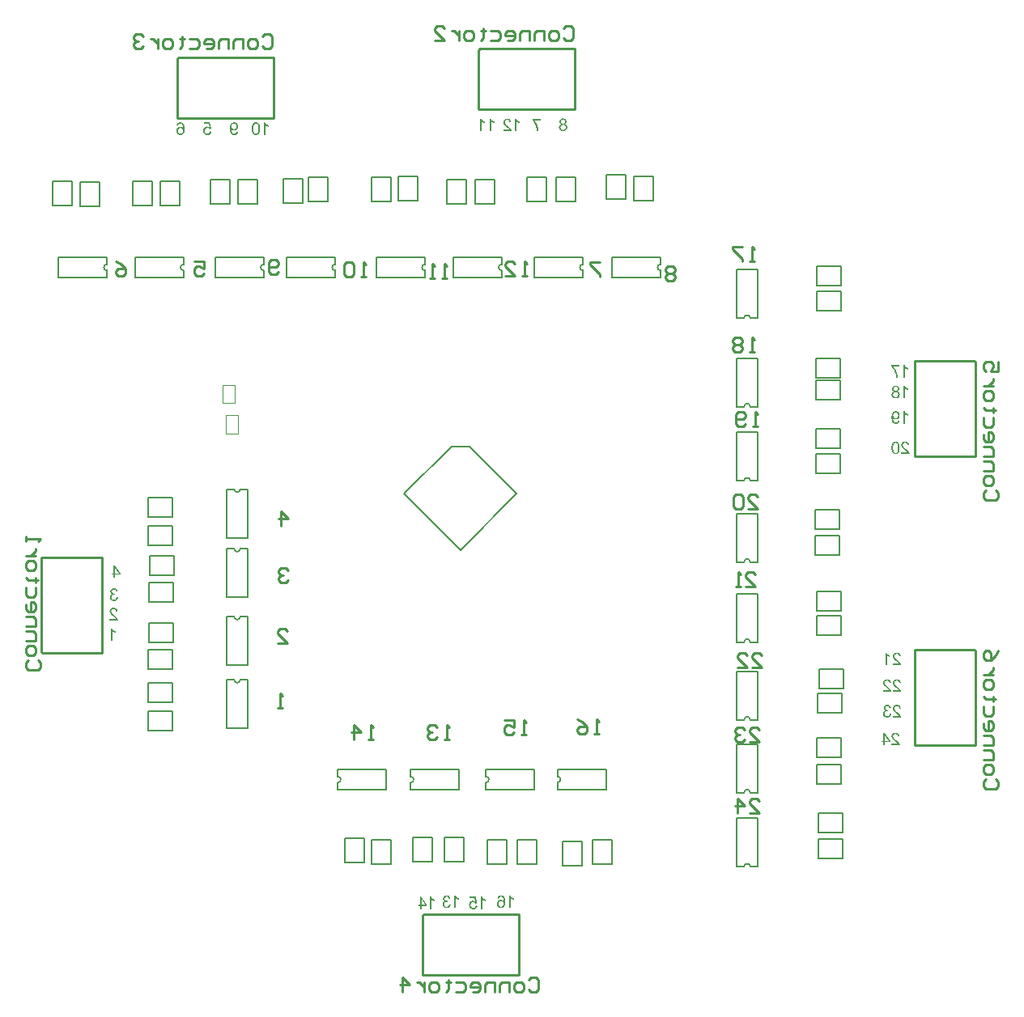
<source format=gto>
G04*
G04 #@! TF.GenerationSoftware,Altium Limited,Altium Designer,19.1.5 (86)*
G04*
G04 Layer_Color=65535*
%FSLAX25Y25*%
%MOIN*%
G70*
G01*
G75*
%ADD10C,0.00787*%
%ADD11C,0.00197*%
%ADD12C,0.01000*%
G36*
X395386Y312577D02*
X395394Y312569D01*
X395409Y312553D01*
X395433Y312522D01*
X395472Y312483D01*
X395511Y312428D01*
X395566Y312366D01*
X395628Y312288D01*
X395691Y312210D01*
X395761Y312116D01*
X395839Y312006D01*
X395925Y311897D01*
X396003Y311772D01*
X396089Y311639D01*
X396183Y311499D01*
X396269Y311343D01*
X396362Y311187D01*
X396370Y311179D01*
X396386Y311147D01*
X396409Y311101D01*
X396440Y311038D01*
X396479Y310960D01*
X396526Y310866D01*
X396581Y310757D01*
X396636Y310640D01*
X396690Y310515D01*
X396753Y310374D01*
X396815Y310226D01*
X396878Y310070D01*
X396995Y309749D01*
X397104Y309406D01*
Y309398D01*
X397112Y309375D01*
X397120Y309343D01*
X397135Y309296D01*
X397151Y309234D01*
X397167Y309164D01*
X397182Y309078D01*
X397206Y308992D01*
X397221Y308890D01*
X397245Y308781D01*
X397284Y308547D01*
X397315Y308281D01*
X397339Y308000D01*
X397987D01*
Y308008D01*
Y308031D01*
Y308063D01*
X397979Y308109D01*
Y308164D01*
X397971Y308234D01*
X397963Y308320D01*
X397955Y308406D01*
X397940Y308508D01*
X397924Y308625D01*
X397909Y308742D01*
X397885Y308867D01*
X397862Y309008D01*
X397831Y309148D01*
X397752Y309460D01*
Y309468D01*
X397745Y309500D01*
X397729Y309546D01*
X397713Y309609D01*
X397690Y309687D01*
X397659Y309773D01*
X397627Y309874D01*
X397588Y309992D01*
X397542Y310109D01*
X397495Y310242D01*
X397385Y310523D01*
X397253Y310819D01*
X397104Y311116D01*
X397096Y311124D01*
X397081Y311155D01*
X397057Y311194D01*
X397026Y311249D01*
X396987Y311319D01*
X396940Y311397D01*
X396885Y311483D01*
X396831Y311585D01*
X396690Y311796D01*
X396534Y312022D01*
X396370Y312249D01*
X396190Y312467D01*
X398705D01*
Y313069D01*
X395386D01*
Y312577D01*
D02*
G37*
G36*
X400353Y308000D02*
X400986D01*
Y312014D01*
X400994Y312006D01*
X401025Y311975D01*
X401080Y311936D01*
X401150Y311882D01*
X401236Y311811D01*
X401337Y311741D01*
X401454Y311655D01*
X401587Y311577D01*
X401595D01*
X401603Y311569D01*
X401650Y311538D01*
X401720Y311499D01*
X401806Y311452D01*
X401907Y311397D01*
X402017Y311350D01*
X402134Y311296D01*
X402243Y311249D01*
Y311866D01*
X402235D01*
X402220Y311874D01*
X402188Y311889D01*
X402157Y311913D01*
X402110Y311936D01*
X402056Y311960D01*
X401931Y312030D01*
X401790Y312116D01*
X401634Y312217D01*
X401478Y312334D01*
X401329Y312459D01*
X401322Y312467D01*
X401314Y312475D01*
X401267Y312522D01*
X401197Y312592D01*
X401111Y312678D01*
X401017Y312788D01*
X400923Y312905D01*
X400837Y313030D01*
X400767Y313155D01*
X400353D01*
Y308000D01*
D02*
G37*
G36*
X400369Y299500D02*
X401001D01*
Y303514D01*
X401009Y303506D01*
X401040Y303475D01*
X401095Y303436D01*
X401165Y303382D01*
X401251Y303311D01*
X401353Y303241D01*
X401470Y303155D01*
X401603Y303077D01*
X401611D01*
X401618Y303069D01*
X401665Y303038D01*
X401735Y302999D01*
X401821Y302952D01*
X401923Y302897D01*
X402032Y302851D01*
X402149Y302796D01*
X402259Y302749D01*
Y303366D01*
X402251D01*
X402235Y303374D01*
X402204Y303389D01*
X402173Y303413D01*
X402126Y303436D01*
X402071Y303460D01*
X401946Y303530D01*
X401806Y303616D01*
X401650Y303717D01*
X401493Y303835D01*
X401345Y303959D01*
X401337Y303967D01*
X401329Y303975D01*
X401283Y304022D01*
X401212Y304092D01*
X401126Y304178D01*
X401033Y304288D01*
X400939Y304405D01*
X400853Y304530D01*
X400783Y304655D01*
X400369D01*
Y299500D01*
D02*
G37*
G36*
X396987Y304647D02*
X396925D01*
X396862Y304631D01*
X396706Y304608D01*
X396534Y304561D01*
X396354Y304491D01*
X396261Y304444D01*
X396175Y304397D01*
X396089Y304334D01*
X396011Y304264D01*
X396003Y304256D01*
X395995Y304248D01*
X395972Y304225D01*
X395948Y304194D01*
X395917Y304155D01*
X395878Y304108D01*
X395800Y303999D01*
X395730Y303858D01*
X395659Y303694D01*
X395613Y303514D01*
X395605Y303413D01*
X395597Y303311D01*
Y303296D01*
Y303249D01*
X395605Y303186D01*
X395620Y303100D01*
X395644Y302999D01*
X395675Y302897D01*
X395722Y302788D01*
X395784Y302687D01*
X395792Y302679D01*
X395815Y302647D01*
X395862Y302601D01*
X395925Y302538D01*
X396003Y302476D01*
X396105Y302413D01*
X396222Y302343D01*
X396354Y302288D01*
X396347D01*
X396331Y302280D01*
X396308Y302273D01*
X396276Y302257D01*
X396190Y302218D01*
X396089Y302171D01*
X395972Y302101D01*
X395855Y302015D01*
X395737Y301905D01*
X395636Y301788D01*
X395628Y301773D01*
X395597Y301726D01*
X395558Y301656D01*
X395511Y301554D01*
X395464Y301437D01*
X395425Y301296D01*
X395394Y301140D01*
X395386Y300968D01*
Y300960D01*
Y300937D01*
Y300906D01*
X395394Y300859D01*
X395402Y300804D01*
X395409Y300734D01*
X395441Y300578D01*
X395503Y300406D01*
X395534Y300312D01*
X395581Y300219D01*
X395636Y300125D01*
X395698Y300031D01*
X395769Y299945D01*
X395855Y299859D01*
X395862Y299851D01*
X395878Y299844D01*
X395901Y299820D01*
X395940Y299789D01*
X395987Y299758D01*
X396042Y299719D01*
X396105Y299680D01*
X396183Y299641D01*
X396269Y299594D01*
X396362Y299555D01*
X396464Y299516D01*
X396573Y299484D01*
X396683Y299453D01*
X396807Y299430D01*
X396940Y299422D01*
X397081Y299414D01*
X397151D01*
X397206Y299422D01*
X397268Y299430D01*
X397346Y299437D01*
X397424Y299453D01*
X397518Y299469D01*
X397713Y299523D01*
X397815Y299563D01*
X397916Y299602D01*
X398018Y299656D01*
X398119Y299711D01*
X398213Y299781D01*
X398307Y299859D01*
X398315Y299867D01*
X398330Y299883D01*
X398346Y299906D01*
X398377Y299937D01*
X398416Y299984D01*
X398455Y300039D01*
X398494Y300101D01*
X398533Y300172D01*
X398580Y300250D01*
X398619Y300336D01*
X398697Y300523D01*
X398729Y300633D01*
X398744Y300742D01*
X398760Y300859D01*
X398768Y300984D01*
Y300992D01*
Y301007D01*
Y301031D01*
X398760Y301070D01*
Y301109D01*
X398752Y301164D01*
X398737Y301273D01*
X398705Y301406D01*
X398658Y301546D01*
X398604Y301687D01*
X398518Y301820D01*
Y301827D01*
X398502Y301835D01*
X398471Y301874D01*
X398409Y301937D01*
X398330Y302007D01*
X398229Y302085D01*
X398104Y302163D01*
X397955Y302234D01*
X397792Y302288D01*
X397799D01*
X397807Y302296D01*
X397854Y302312D01*
X397924Y302351D01*
X398010Y302390D01*
X398112Y302452D01*
X398205Y302522D01*
X398299Y302601D01*
X398377Y302694D01*
X398385Y302710D01*
X398409Y302741D01*
X398440Y302796D01*
X398471Y302874D01*
X398502Y302968D01*
X398533Y303077D01*
X398557Y303194D01*
X398565Y303327D01*
Y303335D01*
Y303350D01*
Y303382D01*
X398557Y303421D01*
X398549Y303467D01*
X398541Y303522D01*
X398518Y303655D01*
X398471Y303803D01*
X398393Y303959D01*
X398354Y304045D01*
X398299Y304123D01*
X398237Y304202D01*
X398166Y304272D01*
X398159Y304280D01*
X398151Y304288D01*
X398127Y304311D01*
X398096Y304334D01*
X398049Y304358D01*
X398002Y304397D01*
X397948Y304428D01*
X397877Y304467D01*
X397729Y304537D01*
X397542Y304592D01*
X397331Y304639D01*
X397221Y304647D01*
X397096Y304655D01*
X397034D01*
X396987Y304647D01*
D02*
G37*
G36*
X397065Y294147D02*
X397026D01*
X396971Y294139D01*
X396847Y294123D01*
X396706Y294084D01*
X396557Y294037D01*
X396393Y293975D01*
X396237Y293881D01*
X396230D01*
X396222Y293866D01*
X396198Y293850D01*
X396167Y293834D01*
X396097Y293772D01*
X396003Y293686D01*
X395901Y293569D01*
X395792Y293444D01*
X395691Y293288D01*
X395605Y293108D01*
Y293100D01*
X395597Y293085D01*
X395581Y293053D01*
X395573Y293014D01*
X395550Y292968D01*
X395534Y292905D01*
X395519Y292827D01*
X395495Y292741D01*
X395472Y292647D01*
X395456Y292538D01*
X395433Y292421D01*
X395417Y292296D01*
X395409Y292155D01*
X395394Y292007D01*
X395386Y291843D01*
Y291671D01*
Y291663D01*
Y291624D01*
Y291577D01*
Y291507D01*
X395394Y291429D01*
Y291327D01*
X395402Y291226D01*
X395409Y291109D01*
X395441Y290859D01*
X395480Y290593D01*
X395534Y290335D01*
X395566Y290218D01*
X395605Y290101D01*
Y290093D01*
X395613Y290078D01*
X395628Y290047D01*
X395644Y290007D01*
X395667Y289953D01*
X395691Y289898D01*
X395761Y289773D01*
X395855Y289625D01*
X395964Y289476D01*
X396089Y289336D01*
X396237Y289211D01*
X396245D01*
X396253Y289195D01*
X396276Y289187D01*
X396315Y289164D01*
X396354Y289141D01*
X396401Y289117D01*
X396518Y289062D01*
X396667Y289008D01*
X396831Y288961D01*
X397026Y288930D01*
X397229Y288914D01*
X397284D01*
X397331Y288922D01*
X397378D01*
X397440Y288930D01*
X397581Y288953D01*
X397737Y288992D01*
X397901Y289055D01*
X398057Y289133D01*
X398213Y289242D01*
X398221Y289250D01*
X398229Y289258D01*
X398276Y289305D01*
X398338Y289383D01*
X398416Y289484D01*
X398494Y289617D01*
X398565Y289781D01*
X398627Y289968D01*
X398666Y290187D01*
X398065Y290234D01*
Y290226D01*
Y290218D01*
X398057Y290195D01*
X398049Y290164D01*
X398034Y290086D01*
X398002Y290000D01*
X397963Y289898D01*
X397916Y289797D01*
X397854Y289695D01*
X397776Y289617D01*
X397768Y289609D01*
X397737Y289586D01*
X397690Y289555D01*
X397620Y289523D01*
X397542Y289492D01*
X397448Y289461D01*
X397339Y289437D01*
X397214Y289430D01*
X397167D01*
X397112Y289437D01*
X397042Y289445D01*
X396964Y289461D01*
X396878Y289484D01*
X396792Y289515D01*
X396706Y289562D01*
X396698Y289570D01*
X396667Y289586D01*
X396628Y289617D01*
X396581Y289656D01*
X396518Y289703D01*
X396464Y289765D01*
X396401Y289836D01*
X396347Y289914D01*
X396339Y289922D01*
X396323Y289953D01*
X396300Y290007D01*
X396261Y290078D01*
X396230Y290164D01*
X396190Y290265D01*
X396151Y290382D01*
X396112Y290515D01*
Y290523D01*
X396105Y290531D01*
Y290554D01*
X396097Y290578D01*
X396081Y290656D01*
X396065Y290757D01*
X396050Y290874D01*
X396034Y290999D01*
X396019Y291140D01*
Y291288D01*
Y291296D01*
Y291320D01*
Y291359D01*
Y291413D01*
X396026Y291398D01*
X396058Y291366D01*
X396097Y291304D01*
X396159Y291242D01*
X396230Y291163D01*
X396323Y291077D01*
X396425Y290999D01*
X396542Y290921D01*
X396557Y290914D01*
X396597Y290890D01*
X396667Y290867D01*
X396753Y290835D01*
X396854Y290796D01*
X396971Y290773D01*
X397104Y290749D01*
X397245Y290742D01*
X397307D01*
X397354Y290749D01*
X397409Y290757D01*
X397471Y290765D01*
X397620Y290796D01*
X397792Y290851D01*
X397877Y290890D01*
X397971Y290937D01*
X398057Y290992D01*
X398151Y291054D01*
X398237Y291124D01*
X398323Y291202D01*
X398330Y291210D01*
X398338Y291226D01*
X398362Y291249D01*
X398393Y291288D01*
X398424Y291335D01*
X398463Y291390D01*
X398502Y291452D01*
X398541Y291530D01*
X398580Y291609D01*
X398619Y291702D01*
X398658Y291804D01*
X398690Y291913D01*
X398721Y292030D01*
X398744Y292147D01*
X398752Y292280D01*
X398760Y292421D01*
Y292429D01*
Y292452D01*
Y292499D01*
X398752Y292553D01*
X398744Y292616D01*
X398737Y292694D01*
X398721Y292780D01*
X398705Y292874D01*
X398651Y293069D01*
X398611Y293178D01*
X398565Y293280D01*
X398518Y293389D01*
X398455Y293491D01*
X398385Y293584D01*
X398307Y293678D01*
X398299Y293686D01*
X398284Y293702D01*
X398260Y293725D01*
X398221Y293756D01*
X398182Y293788D01*
X398127Y293827D01*
X398065Y293873D01*
X397987Y293920D01*
X397909Y293959D01*
X397823Y294006D01*
X397627Y294084D01*
X397518Y294108D01*
X397401Y294131D01*
X397276Y294147D01*
X397151Y294155D01*
X397104D01*
X397065Y294147D01*
D02*
G37*
G36*
X400369Y289000D02*
X401001D01*
Y293014D01*
X401009Y293006D01*
X401040Y292975D01*
X401095Y292936D01*
X401165Y292882D01*
X401251Y292811D01*
X401353Y292741D01*
X401470Y292655D01*
X401603Y292577D01*
X401611D01*
X401618Y292569D01*
X401665Y292538D01*
X401735Y292499D01*
X401821Y292452D01*
X401923Y292397D01*
X402032Y292351D01*
X402149Y292296D01*
X402259Y292249D01*
Y292866D01*
X402251D01*
X402235Y292874D01*
X402204Y292889D01*
X402173Y292913D01*
X402126Y292936D01*
X402071Y292960D01*
X401946Y293030D01*
X401806Y293116D01*
X401650Y293217D01*
X401493Y293335D01*
X401345Y293460D01*
X401337Y293467D01*
X401329Y293475D01*
X401283Y293522D01*
X401212Y293592D01*
X401126Y293678D01*
X401033Y293788D01*
X400939Y293905D01*
X400853Y294030D01*
X400783Y294155D01*
X400369D01*
Y289000D01*
D02*
G37*
G36*
X136916Y408000D02*
X137548D01*
Y412014D01*
X137556Y412007D01*
X137587Y411975D01*
X137642Y411936D01*
X137712Y411882D01*
X137798Y411811D01*
X137899Y411741D01*
X138017Y411655D01*
X138149Y411577D01*
X138157D01*
X138165Y411569D01*
X138212Y411538D01*
X138282Y411499D01*
X138368Y411452D01*
X138470Y411397D01*
X138579Y411350D01*
X138696Y411296D01*
X138805Y411249D01*
Y411866D01*
X138798D01*
X138782Y411874D01*
X138751Y411889D01*
X138720Y411913D01*
X138673Y411936D01*
X138618Y411960D01*
X138493Y412030D01*
X138353Y412116D01*
X138196Y412217D01*
X138040Y412335D01*
X137892Y412460D01*
X137884Y412467D01*
X137876Y412475D01*
X137829Y412522D01*
X137759Y412592D01*
X137673Y412678D01*
X137579Y412787D01*
X137486Y412905D01*
X137400Y413030D01*
X137329Y413155D01*
X136916D01*
Y408000D01*
D02*
G37*
G36*
X133487Y413147D02*
X133393Y413131D01*
X133284Y413116D01*
X133159Y413084D01*
X133034Y413037D01*
X132917Y412983D01*
X132901Y412975D01*
X132862Y412952D01*
X132807Y412913D01*
X132729Y412866D01*
X132651Y412795D01*
X132565Y412709D01*
X132479Y412616D01*
X132401Y412506D01*
X132394Y412491D01*
X132370Y412452D01*
X132331Y412381D01*
X132284Y412295D01*
X132237Y412186D01*
X132183Y412053D01*
X132128Y411905D01*
X132081Y411741D01*
Y411733D01*
X132073Y411718D01*
Y411694D01*
X132065Y411655D01*
X132050Y411616D01*
X132042Y411561D01*
X132034Y411491D01*
X132019Y411421D01*
X132011Y411335D01*
X132003Y411249D01*
X131987Y411147D01*
X131980Y411038D01*
X131972Y410921D01*
Y410804D01*
X131964Y410530D01*
Y410523D01*
Y410491D01*
Y410444D01*
Y410382D01*
X131972Y410304D01*
Y410218D01*
X131980Y410116D01*
X131987Y410007D01*
X132011Y409773D01*
X132042Y409531D01*
X132089Y409289D01*
X132120Y409179D01*
X132151Y409070D01*
Y409062D01*
X132159Y409047D01*
X132167Y409015D01*
X132183Y408976D01*
X132206Y408929D01*
X132229Y408883D01*
X132292Y408758D01*
X132370Y408617D01*
X132464Y408476D01*
X132573Y408336D01*
X132706Y408211D01*
X132714D01*
X132721Y408195D01*
X132745Y408187D01*
X132768Y408164D01*
X132854Y408117D01*
X132956Y408063D01*
X133096Y408008D01*
X133253Y407961D01*
X133432Y407930D01*
X133635Y407914D01*
X133706D01*
X133760Y407922D01*
X133823Y407930D01*
X133893Y407945D01*
X133971Y407961D01*
X134057Y407977D01*
X134245Y408039D01*
X134346Y408086D01*
X134440Y408133D01*
X134541Y408195D01*
X134635Y408265D01*
X134721Y408344D01*
X134807Y408437D01*
X134815Y408445D01*
X134830Y408469D01*
X134854Y408508D01*
X134885Y408562D01*
X134924Y408633D01*
X134963Y408718D01*
X135010Y408820D01*
X135057Y408945D01*
X135104Y409078D01*
X135150Y409234D01*
X135189Y409406D01*
X135229Y409593D01*
X135260Y409804D01*
X135283Y410023D01*
X135299Y410273D01*
X135307Y410530D01*
Y410538D01*
Y410569D01*
Y410616D01*
Y410679D01*
X135299Y410757D01*
Y410843D01*
X135291Y410944D01*
X135283Y411054D01*
X135260Y411288D01*
X135229Y411530D01*
X135189Y411772D01*
X135158Y411882D01*
X135127Y411991D01*
Y411999D01*
X135119Y412014D01*
X135104Y412046D01*
X135088Y412085D01*
X135072Y412132D01*
X135049Y412186D01*
X134986Y412311D01*
X134908Y412452D01*
X134815Y412592D01*
X134705Y412725D01*
X134573Y412850D01*
X134565D01*
X134557Y412866D01*
X134533Y412881D01*
X134502Y412897D01*
X134424Y412944D01*
X134315Y413006D01*
X134182Y413061D01*
X134018Y413108D01*
X133838Y413139D01*
X133635Y413155D01*
X133565D01*
X133487Y413147D01*
D02*
G37*
G36*
X124611D02*
X124572D01*
X124517Y413139D01*
X124392Y413123D01*
X124251Y413084D01*
X124103Y413037D01*
X123939Y412975D01*
X123783Y412881D01*
X123775D01*
X123767Y412866D01*
X123744Y412850D01*
X123713Y412834D01*
X123642Y412772D01*
X123549Y412686D01*
X123447Y412569D01*
X123338Y412444D01*
X123236Y412288D01*
X123150Y412108D01*
Y412100D01*
X123143Y412085D01*
X123127Y412053D01*
X123119Y412014D01*
X123096Y411968D01*
X123080Y411905D01*
X123064Y411827D01*
X123041Y411741D01*
X123018Y411647D01*
X123002Y411538D01*
X122978Y411421D01*
X122963Y411296D01*
X122955Y411155D01*
X122939Y411007D01*
X122932Y410843D01*
Y410671D01*
Y410663D01*
Y410624D01*
Y410577D01*
Y410507D01*
X122939Y410429D01*
Y410327D01*
X122947Y410226D01*
X122955Y410109D01*
X122986Y409859D01*
X123025Y409593D01*
X123080Y409336D01*
X123111Y409218D01*
X123150Y409101D01*
Y409093D01*
X123158Y409078D01*
X123174Y409047D01*
X123189Y409008D01*
X123213Y408953D01*
X123236Y408898D01*
X123307Y408773D01*
X123400Y408625D01*
X123510Y408476D01*
X123635Y408336D01*
X123783Y408211D01*
X123791D01*
X123799Y408195D01*
X123822Y408187D01*
X123861Y408164D01*
X123900Y408141D01*
X123947Y408117D01*
X124064Y408063D01*
X124212Y408008D01*
X124376Y407961D01*
X124572Y407930D01*
X124775Y407914D01*
X124829D01*
X124876Y407922D01*
X124923D01*
X124986Y407930D01*
X125126Y407953D01*
X125282Y407992D01*
X125446Y408055D01*
X125603Y408133D01*
X125759Y408242D01*
X125767Y408250D01*
X125774Y408258D01*
X125821Y408305D01*
X125884Y408383D01*
X125962Y408484D01*
X126040Y408617D01*
X126110Y408781D01*
X126173Y408968D01*
X126212Y409187D01*
X125610Y409234D01*
Y409226D01*
Y409218D01*
X125603Y409195D01*
X125595Y409164D01*
X125579Y409086D01*
X125548Y409000D01*
X125509Y408898D01*
X125462Y408797D01*
X125399Y408695D01*
X125321Y408617D01*
X125314Y408609D01*
X125282Y408586D01*
X125235Y408555D01*
X125165Y408523D01*
X125087Y408492D01*
X124993Y408461D01*
X124884Y408437D01*
X124759Y408430D01*
X124712D01*
X124658Y408437D01*
X124587Y408445D01*
X124509Y408461D01*
X124423Y408484D01*
X124337Y408516D01*
X124251Y408562D01*
X124244Y408570D01*
X124212Y408586D01*
X124173Y408617D01*
X124127Y408656D01*
X124064Y408703D01*
X124009Y408765D01*
X123947Y408836D01*
X123892Y408914D01*
X123884Y408922D01*
X123869Y408953D01*
X123845Y409008D01*
X123806Y409078D01*
X123775Y409164D01*
X123736Y409265D01*
X123697Y409382D01*
X123658Y409515D01*
Y409523D01*
X123650Y409531D01*
Y409554D01*
X123642Y409578D01*
X123627Y409656D01*
X123611Y409757D01*
X123595Y409874D01*
X123580Y409999D01*
X123564Y410140D01*
Y410288D01*
Y410296D01*
Y410320D01*
Y410359D01*
Y410413D01*
X123572Y410398D01*
X123603Y410366D01*
X123642Y410304D01*
X123705Y410242D01*
X123775Y410163D01*
X123869Y410077D01*
X123970Y409999D01*
X124088Y409921D01*
X124103Y409913D01*
X124142Y409890D01*
X124212Y409867D01*
X124298Y409835D01*
X124400Y409796D01*
X124517Y409773D01*
X124650Y409749D01*
X124790Y409742D01*
X124853D01*
X124900Y409749D01*
X124954Y409757D01*
X125017Y409765D01*
X125165Y409796D01*
X125337Y409851D01*
X125423Y409890D01*
X125517Y409937D01*
X125603Y409992D01*
X125696Y410054D01*
X125782Y410124D01*
X125868Y410202D01*
X125876Y410210D01*
X125884Y410226D01*
X125907Y410249D01*
X125938Y410288D01*
X125970Y410335D01*
X126009Y410390D01*
X126048Y410452D01*
X126087Y410530D01*
X126126Y410608D01*
X126165Y410702D01*
X126204Y410804D01*
X126235Y410913D01*
X126267Y411030D01*
X126290Y411147D01*
X126298Y411280D01*
X126305Y411421D01*
Y411429D01*
Y411452D01*
Y411499D01*
X126298Y411553D01*
X126290Y411616D01*
X126282Y411694D01*
X126267Y411780D01*
X126251Y411874D01*
X126196Y412069D01*
X126157Y412178D01*
X126110Y412280D01*
X126063Y412389D01*
X126001Y412491D01*
X125931Y412584D01*
X125853Y412678D01*
X125845Y412686D01*
X125829Y412702D01*
X125806Y412725D01*
X125767Y412756D01*
X125728Y412787D01*
X125673Y412827D01*
X125610Y412873D01*
X125532Y412920D01*
X125454Y412959D01*
X125368Y413006D01*
X125173Y413084D01*
X125064Y413108D01*
X124947Y413131D01*
X124822Y413147D01*
X124697Y413155D01*
X124650D01*
X124611Y413147D01*
D02*
G37*
G36*
X102361D02*
X102314D01*
X102252Y413139D01*
X102111Y413116D01*
X101955Y413069D01*
X101791Y413006D01*
X101627Y412928D01*
X101549Y412873D01*
X101470Y412811D01*
X101463D01*
X101455Y412795D01*
X101408Y412748D01*
X101346Y412670D01*
X101267Y412569D01*
X101181Y412436D01*
X101111Y412280D01*
X101041Y412092D01*
X101002Y411882D01*
X101627Y411835D01*
Y411842D01*
Y411850D01*
X101642Y411897D01*
X101666Y411960D01*
X101689Y412038D01*
X101767Y412217D01*
X101814Y412295D01*
X101869Y412366D01*
X101877Y412381D01*
X101916Y412413D01*
X101970Y412452D01*
X102041Y412506D01*
X102134Y412553D01*
X102244Y412600D01*
X102369Y412631D01*
X102501Y412639D01*
X102556D01*
X102611Y412631D01*
X102681Y412616D01*
X102767Y412600D01*
X102861Y412569D01*
X102947Y412522D01*
X103040Y412467D01*
X103056Y412460D01*
X103087Y412428D01*
X103142Y412374D01*
X103204Y412303D01*
X103282Y412217D01*
X103360Y412108D01*
X103439Y411975D01*
X103509Y411827D01*
Y411819D01*
X103517Y411811D01*
X103524Y411780D01*
X103532Y411749D01*
X103548Y411710D01*
X103564Y411655D01*
X103579Y411593D01*
X103595Y411522D01*
X103610Y411444D01*
X103626Y411358D01*
X103642Y411257D01*
X103657Y411155D01*
X103665Y411038D01*
X103673Y410913D01*
X103681Y410780D01*
Y410648D01*
X103673Y410655D01*
X103642Y410694D01*
X103595Y410757D01*
X103524Y410835D01*
X103446Y410921D01*
X103353Y411007D01*
X103243Y411085D01*
X103126Y411155D01*
X103111Y411163D01*
X103071Y411179D01*
X103001Y411210D01*
X102915Y411241D01*
X102814Y411272D01*
X102697Y411304D01*
X102572Y411319D01*
X102439Y411327D01*
X102376D01*
X102330Y411319D01*
X102275Y411311D01*
X102212Y411304D01*
X102064Y411272D01*
X101900Y411210D01*
X101806Y411179D01*
X101720Y411132D01*
X101627Y411077D01*
X101533Y411015D01*
X101447Y410944D01*
X101361Y410858D01*
X101353Y410851D01*
X101346Y410835D01*
X101322Y410812D01*
X101291Y410773D01*
X101260Y410726D01*
X101221Y410671D01*
X101181Y410608D01*
X101135Y410538D01*
X101096Y410452D01*
X101057Y410366D01*
X101017Y410265D01*
X100986Y410163D01*
X100955Y410046D01*
X100932Y409929D01*
X100924Y409796D01*
X100916Y409663D01*
Y409656D01*
Y409640D01*
Y409617D01*
Y409585D01*
X100924Y409539D01*
Y409492D01*
X100939Y409367D01*
X100971Y409234D01*
X101002Y409078D01*
X101057Y408922D01*
X101127Y408765D01*
Y408758D01*
X101135Y408750D01*
X101150Y408726D01*
X101166Y408695D01*
X101213Y408625D01*
X101275Y408531D01*
X101361Y408430D01*
X101463Y408328D01*
X101572Y408226D01*
X101705Y408133D01*
X101720Y408125D01*
X101767Y408102D01*
X101845Y408063D01*
X101939Y408023D01*
X102064Y407984D01*
X102205Y407945D01*
X102361Y407922D01*
X102525Y407914D01*
X102556D01*
X102603Y407922D01*
X102658D01*
X102720Y407930D01*
X102798Y407945D01*
X102884Y407961D01*
X102978Y407984D01*
X103079Y408016D01*
X103189Y408055D01*
X103290Y408102D01*
X103400Y408156D01*
X103509Y408226D01*
X103618Y408305D01*
X103720Y408391D01*
X103814Y408492D01*
X103821Y408500D01*
X103837Y408523D01*
X103860Y408555D01*
X103892Y408601D01*
X103931Y408664D01*
X103970Y408742D01*
X104016Y408836D01*
X104056Y408945D01*
X104102Y409070D01*
X104149Y409211D01*
X104188Y409367D01*
X104227Y409539D01*
X104259Y409726D01*
X104282Y409937D01*
X104298Y410156D01*
X104306Y410398D01*
Y410405D01*
Y410413D01*
Y410437D01*
Y410460D01*
Y410538D01*
X104298Y410640D01*
X104290Y410765D01*
X104274Y410905D01*
X104259Y411061D01*
X104235Y411226D01*
X104212Y411405D01*
X104173Y411585D01*
X104126Y411764D01*
X104071Y411936D01*
X104009Y412116D01*
X103938Y412272D01*
X103852Y412428D01*
X103759Y412561D01*
X103751Y412569D01*
X103735Y412584D01*
X103712Y412616D01*
X103673Y412655D01*
X103618Y412702D01*
X103564Y412748D01*
X103493Y412803D01*
X103415Y412858D01*
X103329Y412913D01*
X103228Y412967D01*
X103126Y413014D01*
X103009Y413061D01*
X102884Y413100D01*
X102751Y413131D01*
X102611Y413147D01*
X102462Y413155D01*
X102408D01*
X102361Y413147D01*
D02*
G37*
G36*
X112150Y412452D02*
X114197D01*
X114478Y411069D01*
X114470Y411077D01*
X114454Y411085D01*
X114431Y411101D01*
X114400Y411124D01*
X114353Y411147D01*
X114306Y411171D01*
X114181Y411233D01*
X114040Y411296D01*
X113876Y411343D01*
X113697Y411382D01*
X113509Y411397D01*
X113447D01*
X113400Y411389D01*
X113337Y411382D01*
X113275Y411374D01*
X113197Y411358D01*
X113119Y411343D01*
X112939Y411280D01*
X112845Y411249D01*
X112752Y411202D01*
X112650Y411147D01*
X112556Y411085D01*
X112463Y411015D01*
X112377Y410929D01*
X112369Y410921D01*
X112353Y410905D01*
X112330Y410882D01*
X112306Y410843D01*
X112267Y410796D01*
X112228Y410741D01*
X112189Y410679D01*
X112143Y410608D01*
X112096Y410523D01*
X112057Y410437D01*
X112018Y410335D01*
X111978Y410234D01*
X111955Y410116D01*
X111932Y409999D01*
X111916Y409867D01*
X111908Y409734D01*
Y409726D01*
Y409703D01*
Y409663D01*
X111916Y409617D01*
X111924Y409554D01*
X111932Y409484D01*
X111939Y409406D01*
X111955Y409320D01*
X112010Y409132D01*
X112080Y408937D01*
X112127Y408828D01*
X112181Y408726D01*
X112244Y408625D01*
X112314Y408531D01*
X112322Y408523D01*
X112338Y408508D01*
X112369Y408476D01*
X112408Y408437D01*
X112455Y408391D01*
X112517Y408336D01*
X112588Y408281D01*
X112673Y408226D01*
X112759Y408164D01*
X112861Y408109D01*
X112978Y408055D01*
X113095Y408008D01*
X113228Y407969D01*
X113361Y407937D01*
X113509Y407922D01*
X113665Y407914D01*
X113736D01*
X113783Y407922D01*
X113837Y407930D01*
X113908Y407937D01*
X113986Y407945D01*
X114072Y407961D01*
X114251Y408008D01*
X114439Y408078D01*
X114532Y408125D01*
X114626Y408180D01*
X114720Y408234D01*
X114806Y408305D01*
X114813Y408312D01*
X114821Y408320D01*
X114845Y408344D01*
X114876Y408375D01*
X114907Y408414D01*
X114946Y408461D01*
X114985Y408516D01*
X115032Y408578D01*
X115118Y408726D01*
X115204Y408906D01*
X115267Y409109D01*
X115290Y409226D01*
X115305Y409343D01*
X114642Y409390D01*
Y409382D01*
Y409367D01*
X114634Y409343D01*
X114626Y409312D01*
X114603Y409226D01*
X114571Y409117D01*
X114532Y409000D01*
X114470Y408883D01*
X114400Y408765D01*
X114306Y408664D01*
X114290Y408656D01*
X114259Y408625D01*
X114204Y408594D01*
X114126Y408547D01*
X114032Y408508D01*
X113923Y408469D01*
X113798Y408437D01*
X113665Y408430D01*
X113619D01*
X113587Y408437D01*
X113501Y408445D01*
X113392Y408469D01*
X113275Y408516D01*
X113142Y408570D01*
X113017Y408656D01*
X112955Y408703D01*
X112892Y408765D01*
Y408773D01*
X112877Y408781D01*
X112845Y408828D01*
X112791Y408906D01*
X112736Y409008D01*
X112681Y409140D01*
X112627Y409297D01*
X112595Y409476D01*
X112580Y409679D01*
Y409687D01*
Y409703D01*
Y409734D01*
X112588Y409765D01*
Y409812D01*
X112595Y409867D01*
X112619Y409992D01*
X112650Y410124D01*
X112705Y410265D01*
X112783Y410405D01*
X112884Y410530D01*
X112900Y410546D01*
X112939Y410577D01*
X113002Y410632D01*
X113095Y410687D01*
X113205Y410741D01*
X113345Y410796D01*
X113501Y410827D01*
X113673Y410843D01*
X113728D01*
X113783Y410835D01*
X113861Y410827D01*
X113947Y410804D01*
X114040Y410780D01*
X114134Y410741D01*
X114228Y410694D01*
X114235Y410687D01*
X114267Y410671D01*
X114314Y410640D01*
X114368Y410601D01*
X114423Y410546D01*
X114485Y410484D01*
X114548Y410413D01*
X114603Y410335D01*
X115196Y410421D01*
X114696Y413053D01*
X112150D01*
Y412452D01*
D02*
G37*
G36*
X234393Y94647D02*
X234346D01*
X234284Y94639D01*
X234143Y94616D01*
X233987Y94569D01*
X233823Y94506D01*
X233659Y94428D01*
X233581Y94373D01*
X233503Y94311D01*
X233495D01*
X233487Y94295D01*
X233440Y94248D01*
X233378Y94170D01*
X233300Y94069D01*
X233214Y93936D01*
X233144Y93780D01*
X233073Y93592D01*
X233034Y93382D01*
X233659Y93335D01*
Y93343D01*
Y93350D01*
X233675Y93397D01*
X233698Y93460D01*
X233721Y93538D01*
X233800Y93717D01*
X233846Y93796D01*
X233901Y93866D01*
X233909Y93881D01*
X233948Y93913D01*
X234003Y93952D01*
X234073Y94006D01*
X234167Y94053D01*
X234276Y94100D01*
X234401Y94131D01*
X234534Y94139D01*
X234588D01*
X234643Y94131D01*
X234713Y94116D01*
X234799Y94100D01*
X234893Y94069D01*
X234979Y94022D01*
X235073Y93967D01*
X235088Y93959D01*
X235120Y93928D01*
X235174Y93874D01*
X235237Y93803D01*
X235315Y93717D01*
X235393Y93608D01*
X235471Y93475D01*
X235541Y93327D01*
Y93319D01*
X235549Y93311D01*
X235557Y93280D01*
X235565Y93249D01*
X235580Y93210D01*
X235596Y93155D01*
X235612Y93093D01*
X235627Y93022D01*
X235643Y92944D01*
X235658Y92858D01*
X235674Y92757D01*
X235690Y92655D01*
X235697Y92538D01*
X235705Y92413D01*
X235713Y92280D01*
Y92148D01*
X235705Y92155D01*
X235674Y92194D01*
X235627Y92257D01*
X235557Y92335D01*
X235479Y92421D01*
X235385Y92507D01*
X235276Y92585D01*
X235159Y92655D01*
X235143Y92663D01*
X235104Y92679D01*
X235034Y92710D01*
X234948Y92741D01*
X234846Y92772D01*
X234729Y92804D01*
X234604Y92819D01*
X234471Y92827D01*
X234409D01*
X234362Y92819D01*
X234307Y92811D01*
X234245Y92804D01*
X234096Y92772D01*
X233932Y92710D01*
X233839Y92679D01*
X233753Y92632D01*
X233659Y92577D01*
X233565Y92515D01*
X233479Y92444D01*
X233394Y92358D01*
X233386Y92351D01*
X233378Y92335D01*
X233354Y92312D01*
X233323Y92273D01*
X233292Y92226D01*
X233253Y92171D01*
X233214Y92109D01*
X233167Y92038D01*
X233128Y91952D01*
X233089Y91866D01*
X233050Y91765D01*
X233019Y91663D01*
X232987Y91546D01*
X232964Y91429D01*
X232956Y91296D01*
X232948Y91163D01*
Y91156D01*
Y91140D01*
Y91117D01*
Y91085D01*
X232956Y91039D01*
Y90992D01*
X232972Y90867D01*
X233003Y90734D01*
X233034Y90578D01*
X233089Y90422D01*
X233159Y90265D01*
Y90258D01*
X233167Y90250D01*
X233183Y90226D01*
X233198Y90195D01*
X233245Y90125D01*
X233308Y90031D01*
X233394Y89929D01*
X233495Y89828D01*
X233604Y89727D01*
X233737Y89633D01*
X233753Y89625D01*
X233800Y89601D01*
X233878Y89562D01*
X233971Y89523D01*
X234096Y89484D01*
X234237Y89445D01*
X234393Y89422D01*
X234557Y89414D01*
X234588D01*
X234635Y89422D01*
X234690D01*
X234752Y89430D01*
X234830Y89445D01*
X234916Y89461D01*
X235010Y89484D01*
X235112Y89516D01*
X235221Y89555D01*
X235323Y89601D01*
X235432Y89656D01*
X235541Y89727D01*
X235651Y89805D01*
X235752Y89890D01*
X235846Y89992D01*
X235854Y90000D01*
X235869Y90023D01*
X235893Y90055D01*
X235924Y90101D01*
X235963Y90164D01*
X236002Y90242D01*
X236049Y90336D01*
X236088Y90445D01*
X236135Y90570D01*
X236182Y90711D01*
X236221Y90867D01*
X236260Y91039D01*
X236291Y91226D01*
X236314Y91437D01*
X236330Y91656D01*
X236338Y91898D01*
Y91905D01*
Y91913D01*
Y91937D01*
Y91960D01*
Y92038D01*
X236330Y92140D01*
X236322Y92265D01*
X236307Y92405D01*
X236291Y92562D01*
X236268Y92725D01*
X236244Y92905D01*
X236205Y93085D01*
X236158Y93264D01*
X236104Y93436D01*
X236041Y93616D01*
X235971Y93772D01*
X235885Y93928D01*
X235791Y94061D01*
X235783Y94069D01*
X235768Y94085D01*
X235744Y94116D01*
X235705Y94155D01*
X235651Y94202D01*
X235596Y94248D01*
X235526Y94303D01*
X235448Y94358D01*
X235362Y94412D01*
X235260Y94467D01*
X235159Y94514D01*
X235041Y94561D01*
X234916Y94600D01*
X234784Y94631D01*
X234643Y94647D01*
X234495Y94655D01*
X234440D01*
X234393Y94647D01*
D02*
G37*
G36*
X237915Y89500D02*
X238548D01*
Y93514D01*
X238556Y93506D01*
X238587Y93475D01*
X238642Y93436D01*
X238712Y93382D01*
X238798Y93311D01*
X238899Y93241D01*
X239017Y93155D01*
X239149Y93077D01*
X239157D01*
X239165Y93069D01*
X239212Y93038D01*
X239282Y92999D01*
X239368Y92952D01*
X239470Y92897D01*
X239579Y92851D01*
X239696Y92796D01*
X239806Y92749D01*
Y93366D01*
X239798D01*
X239782Y93374D01*
X239751Y93389D01*
X239720Y93413D01*
X239673Y93436D01*
X239618Y93460D01*
X239493Y93530D01*
X239352Y93616D01*
X239196Y93717D01*
X239040Y93835D01*
X238892Y93959D01*
X238884Y93967D01*
X238876Y93975D01*
X238829Y94022D01*
X238759Y94092D01*
X238673Y94178D01*
X238579Y94288D01*
X238486Y94405D01*
X238400Y94530D01*
X238329Y94655D01*
X237915D01*
Y89500D01*
D02*
G37*
G36*
X221651Y93452D02*
X223698D01*
X223979Y92069D01*
X223971Y92077D01*
X223955Y92085D01*
X223932Y92101D01*
X223901Y92124D01*
X223854Y92147D01*
X223807Y92171D01*
X223682Y92233D01*
X223541Y92296D01*
X223377Y92343D01*
X223198Y92382D01*
X223010Y92397D01*
X222948D01*
X222901Y92390D01*
X222838Y92382D01*
X222776Y92374D01*
X222698Y92358D01*
X222620Y92343D01*
X222440Y92280D01*
X222346Y92249D01*
X222253Y92202D01*
X222151Y92147D01*
X222058Y92085D01*
X221964Y92015D01*
X221878Y91929D01*
X221870Y91921D01*
X221854Y91905D01*
X221831Y91882D01*
X221808Y91843D01*
X221768Y91796D01*
X221729Y91741D01*
X221690Y91679D01*
X221644Y91609D01*
X221597Y91523D01*
X221558Y91437D01*
X221519Y91335D01*
X221480Y91234D01*
X221456Y91116D01*
X221433Y90999D01*
X221417Y90867D01*
X221409Y90734D01*
Y90726D01*
Y90703D01*
Y90663D01*
X221417Y90617D01*
X221425Y90554D01*
X221433Y90484D01*
X221441Y90406D01*
X221456Y90320D01*
X221511Y90132D01*
X221581Y89937D01*
X221628Y89828D01*
X221683Y89726D01*
X221745Y89625D01*
X221815Y89531D01*
X221823Y89523D01*
X221839Y89508D01*
X221870Y89476D01*
X221909Y89437D01*
X221956Y89390D01*
X222018Y89336D01*
X222089Y89281D01*
X222175Y89227D01*
X222261Y89164D01*
X222362Y89109D01*
X222479Y89055D01*
X222596Y89008D01*
X222729Y88969D01*
X222862Y88937D01*
X223010Y88922D01*
X223166Y88914D01*
X223237D01*
X223284Y88922D01*
X223338Y88930D01*
X223409Y88937D01*
X223487Y88945D01*
X223573Y88961D01*
X223752Y89008D01*
X223940Y89078D01*
X224033Y89125D01*
X224127Y89180D01*
X224221Y89234D01*
X224307Y89305D01*
X224315Y89312D01*
X224322Y89320D01*
X224346Y89344D01*
X224377Y89375D01*
X224408Y89414D01*
X224447Y89461D01*
X224486Y89516D01*
X224533Y89578D01*
X224619Y89726D01*
X224705Y89906D01*
X224768Y90109D01*
X224791Y90226D01*
X224807Y90343D01*
X224143Y90390D01*
Y90382D01*
Y90367D01*
X224135Y90343D01*
X224127Y90312D01*
X224104Y90226D01*
X224073Y90117D01*
X224033Y90000D01*
X223971Y89882D01*
X223901Y89765D01*
X223807Y89664D01*
X223791Y89656D01*
X223760Y89625D01*
X223705Y89594D01*
X223627Y89547D01*
X223534Y89508D01*
X223424Y89469D01*
X223299Y89437D01*
X223166Y89429D01*
X223120D01*
X223088Y89437D01*
X223003Y89445D01*
X222893Y89469D01*
X222776Y89516D01*
X222643Y89570D01*
X222518Y89656D01*
X222456Y89703D01*
X222393Y89765D01*
Y89773D01*
X222378Y89781D01*
X222346Y89828D01*
X222292Y89906D01*
X222237Y90008D01*
X222182Y90140D01*
X222128Y90297D01*
X222096Y90476D01*
X222081Y90679D01*
Y90687D01*
Y90703D01*
Y90734D01*
X222089Y90765D01*
Y90812D01*
X222096Y90867D01*
X222120Y90991D01*
X222151Y91124D01*
X222206Y91265D01*
X222284Y91405D01*
X222386Y91530D01*
X222401Y91546D01*
X222440Y91577D01*
X222503Y91632D01*
X222596Y91687D01*
X222706Y91741D01*
X222846Y91796D01*
X223003Y91827D01*
X223174Y91843D01*
X223229D01*
X223284Y91835D01*
X223362Y91827D01*
X223448Y91804D01*
X223541Y91780D01*
X223635Y91741D01*
X223729Y91694D01*
X223737Y91687D01*
X223768Y91671D01*
X223815Y91640D01*
X223869Y91601D01*
X223924Y91546D01*
X223987Y91484D01*
X224049Y91413D01*
X224104Y91335D01*
X224697Y91421D01*
X224197Y94053D01*
X221651D01*
Y93452D01*
D02*
G37*
G36*
X226415Y89000D02*
X227048D01*
Y93014D01*
X227056Y93006D01*
X227087Y92975D01*
X227142Y92936D01*
X227212Y92882D01*
X227298Y92811D01*
X227399Y92741D01*
X227517Y92655D01*
X227649Y92577D01*
X227657D01*
X227665Y92569D01*
X227712Y92538D01*
X227782Y92499D01*
X227868Y92452D01*
X227970Y92397D01*
X228079Y92351D01*
X228196Y92296D01*
X228306Y92249D01*
Y92866D01*
X228298D01*
X228282Y92874D01*
X228251Y92889D01*
X228220Y92913D01*
X228173Y92936D01*
X228118Y92960D01*
X227993Y93030D01*
X227853Y93116D01*
X227696Y93217D01*
X227540Y93335D01*
X227392Y93459D01*
X227384Y93467D01*
X227376Y93475D01*
X227329Y93522D01*
X227259Y93592D01*
X227173Y93678D01*
X227079Y93787D01*
X226986Y93905D01*
X226900Y94030D01*
X226829Y94155D01*
X226415D01*
Y89000D01*
D02*
G37*
G36*
X201159Y90804D02*
X200464D01*
Y90226D01*
X201159D01*
Y89000D01*
X201792D01*
Y90226D01*
X204017D01*
Y90804D01*
X201675Y94123D01*
X201159D01*
Y90804D01*
D02*
G37*
G36*
X205416Y89000D02*
X206048D01*
Y93014D01*
X206056Y93006D01*
X206087Y92975D01*
X206142Y92936D01*
X206212Y92882D01*
X206298Y92811D01*
X206399Y92741D01*
X206517Y92655D01*
X206649Y92577D01*
X206657D01*
X206665Y92569D01*
X206712Y92538D01*
X206782Y92499D01*
X206868Y92452D01*
X206970Y92397D01*
X207079Y92351D01*
X207196Y92296D01*
X207306Y92249D01*
Y92866D01*
X207298D01*
X207282Y92874D01*
X207251Y92889D01*
X207220Y92913D01*
X207173Y92936D01*
X207118Y92960D01*
X206993Y93030D01*
X206853Y93116D01*
X206696Y93217D01*
X206540Y93335D01*
X206392Y93459D01*
X206384Y93467D01*
X206376Y93475D01*
X206329Y93522D01*
X206259Y93592D01*
X206173Y93678D01*
X206079Y93787D01*
X205986Y93905D01*
X205900Y94030D01*
X205829Y94155D01*
X205416D01*
Y89000D01*
D02*
G37*
G36*
X212049Y94647D02*
X211948Y94631D01*
X211831Y94608D01*
X211698Y94577D01*
X211565Y94530D01*
X211432Y94467D01*
X211425D01*
X211417Y94459D01*
X211370Y94436D01*
X211307Y94397D01*
X211229Y94342D01*
X211143Y94272D01*
X211050Y94186D01*
X210964Y94085D01*
X210886Y93975D01*
X210878Y93959D01*
X210854Y93920D01*
X210823Y93858D01*
X210792Y93780D01*
X210761Y93678D01*
X210730Y93569D01*
X210706Y93452D01*
X210698Y93319D01*
Y93304D01*
Y93264D01*
X210706Y93202D01*
X210722Y93124D01*
X210745Y93030D01*
X210776Y92929D01*
X210815Y92819D01*
X210878Y92718D01*
X210886Y92702D01*
X210909Y92671D01*
X210956Y92624D01*
X211011Y92562D01*
X211089Y92491D01*
X211175Y92421D01*
X211284Y92343D01*
X211409Y92280D01*
X211401D01*
X211385Y92273D01*
X211362D01*
X211331Y92257D01*
X211253Y92234D01*
X211151Y92187D01*
X211042Y92132D01*
X210925Y92054D01*
X210808Y91960D01*
X210706Y91843D01*
X210698Y91827D01*
X210667Y91781D01*
X210628Y91710D01*
X210573Y91616D01*
X210526Y91499D01*
X210487Y91359D01*
X210456Y91195D01*
X210448Y91015D01*
Y91007D01*
Y90984D01*
Y90953D01*
X210456Y90906D01*
X210464Y90843D01*
X210472Y90781D01*
X210487Y90703D01*
X210511Y90625D01*
X210565Y90445D01*
X210605Y90343D01*
X210659Y90250D01*
X210714Y90156D01*
X210776Y90062D01*
X210854Y89969D01*
X210940Y89875D01*
X210948Y89867D01*
X210964Y89851D01*
X210987Y89836D01*
X211026Y89805D01*
X211073Y89766D01*
X211136Y89727D01*
X211206Y89687D01*
X211276Y89648D01*
X211362Y89601D01*
X211456Y89562D01*
X211557Y89523D01*
X211667Y89484D01*
X211784Y89453D01*
X211909Y89438D01*
X212042Y89422D01*
X212174Y89414D01*
X212237D01*
X212284Y89422D01*
X212346Y89430D01*
X212409Y89438D01*
X212487Y89445D01*
X212565Y89461D01*
X212744Y89508D01*
X212932Y89586D01*
X213026Y89625D01*
X213111Y89680D01*
X213205Y89742D01*
X213291Y89812D01*
X213299Y89820D01*
X213307Y89828D01*
X213330Y89851D01*
X213362Y89883D01*
X213393Y89929D01*
X213432Y89976D01*
X213479Y90031D01*
X213518Y90094D01*
X213611Y90250D01*
X213689Y90429D01*
X213760Y90632D01*
X213783Y90742D01*
X213799Y90859D01*
X213166Y90945D01*
Y90937D01*
X213158Y90921D01*
Y90890D01*
X213143Y90859D01*
X213119Y90765D01*
X213080Y90648D01*
X213033Y90523D01*
X212971Y90390D01*
X212893Y90273D01*
X212807Y90172D01*
X212791Y90164D01*
X212760Y90133D01*
X212705Y90101D01*
X212627Y90055D01*
X212541Y90016D01*
X212432Y89976D01*
X212307Y89945D01*
X212174Y89937D01*
X212127D01*
X212096Y89945D01*
X212018Y89953D01*
X211917Y89976D01*
X211792Y90016D01*
X211667Y90062D01*
X211542Y90140D01*
X211425Y90242D01*
X211409Y90258D01*
X211378Y90297D01*
X211331Y90359D01*
X211268Y90453D01*
X211214Y90562D01*
X211167Y90695D01*
X211136Y90843D01*
X211120Y91007D01*
Y91015D01*
Y91023D01*
Y91046D01*
X211128Y91078D01*
X211136Y91156D01*
X211159Y91257D01*
X211190Y91367D01*
X211245Y91492D01*
X211315Y91609D01*
X211409Y91718D01*
X211425Y91734D01*
X211456Y91765D01*
X211518Y91804D01*
X211604Y91859D01*
X211706Y91913D01*
X211831Y91952D01*
X211964Y91984D01*
X212120Y91999D01*
X212190D01*
X212245Y91991D01*
X212307Y91984D01*
X212385Y91976D01*
X212471Y91960D01*
X212565Y91937D01*
X212494Y92491D01*
X212456D01*
X212424Y92483D01*
X212323D01*
X212252Y92491D01*
X212151Y92507D01*
X212042Y92530D01*
X211924Y92569D01*
X211799Y92616D01*
X211674Y92686D01*
X211659Y92694D01*
X211620Y92725D01*
X211573Y92780D01*
X211510Y92851D01*
X211448Y92936D01*
X211401Y93046D01*
X211362Y93178D01*
X211347Y93335D01*
Y93343D01*
Y93350D01*
Y93389D01*
X211362Y93452D01*
X211378Y93538D01*
X211401Y93624D01*
X211448Y93717D01*
X211503Y93819D01*
X211581Y93905D01*
X211589Y93913D01*
X211620Y93944D01*
X211674Y93983D01*
X211745Y94022D01*
X211831Y94069D01*
X211932Y94100D01*
X212049Y94131D01*
X212182Y94139D01*
X212245D01*
X212315Y94124D01*
X212393Y94108D01*
X212494Y94085D01*
X212596Y94038D01*
X212698Y93983D01*
X212799Y93905D01*
X212807Y93897D01*
X212838Y93866D01*
X212877Y93811D01*
X212924Y93733D01*
X212979Y93639D01*
X213026Y93522D01*
X213072Y93382D01*
X213104Y93218D01*
X213736Y93327D01*
Y93335D01*
X213728Y93358D01*
X213721Y93389D01*
X213713Y93428D01*
X213697Y93483D01*
X213682Y93546D01*
X213627Y93686D01*
X213564Y93842D01*
X213471Y94006D01*
X213362Y94163D01*
X213221Y94303D01*
X213213Y94311D01*
X213205Y94319D01*
X213182Y94334D01*
X213143Y94358D01*
X213104Y94381D01*
X213057Y94412D01*
X212940Y94483D01*
X212791Y94545D01*
X212612Y94600D01*
X212416Y94639D01*
X212307Y94655D01*
X212127D01*
X212049Y94647D01*
D02*
G37*
G36*
X215416Y89500D02*
X216048D01*
Y93514D01*
X216056Y93506D01*
X216087Y93475D01*
X216142Y93436D01*
X216212Y93382D01*
X216298Y93311D01*
X216400Y93241D01*
X216517Y93155D01*
X216650Y93077D01*
X216657D01*
X216665Y93069D01*
X216712Y93038D01*
X216782Y92999D01*
X216868Y92952D01*
X216970Y92897D01*
X217079Y92851D01*
X217196Y92796D01*
X217305Y92749D01*
Y93366D01*
X217298D01*
X217282Y93374D01*
X217251Y93389D01*
X217220Y93413D01*
X217173Y93436D01*
X217118Y93460D01*
X216993Y93530D01*
X216852Y93616D01*
X216696Y93717D01*
X216540Y93835D01*
X216392Y93959D01*
X216384Y93967D01*
X216376Y93975D01*
X216329Y94022D01*
X216259Y94092D01*
X216173Y94178D01*
X216079Y94288D01*
X215986Y94405D01*
X215900Y94530D01*
X215829Y94655D01*
X215416D01*
Y89500D01*
D02*
G37*
G36*
X73915Y199500D02*
X74548D01*
Y203514D01*
X74556Y203506D01*
X74587Y203475D01*
X74642Y203436D01*
X74712Y203382D01*
X74798Y203311D01*
X74900Y203241D01*
X75017Y203155D01*
X75150Y203077D01*
X75157D01*
X75165Y203069D01*
X75212Y203038D01*
X75282Y202999D01*
X75368Y202952D01*
X75470Y202897D01*
X75579Y202851D01*
X75696Y202796D01*
X75805Y202749D01*
Y203366D01*
X75798D01*
X75782Y203374D01*
X75751Y203389D01*
X75720Y203413D01*
X75673Y203436D01*
X75618Y203460D01*
X75493Y203530D01*
X75353Y203616D01*
X75196Y203717D01*
X75040Y203835D01*
X74892Y203959D01*
X74884Y203967D01*
X74876Y203975D01*
X74829Y204022D01*
X74759Y204092D01*
X74673Y204178D01*
X74579Y204288D01*
X74486Y204405D01*
X74400Y204530D01*
X74329Y204655D01*
X73915D01*
Y199500D01*
D02*
G37*
G36*
X74892Y213147D02*
X74830Y213139D01*
X74759Y213131D01*
X74681Y213123D01*
X74595Y213100D01*
X74408Y213053D01*
X74213Y212983D01*
X74111Y212936D01*
X74017Y212881D01*
X73931Y212811D01*
X73845Y212741D01*
X73838Y212733D01*
X73830Y212725D01*
X73807Y212702D01*
X73775Y212670D01*
X73744Y212624D01*
X73705Y212577D01*
X73627Y212459D01*
X73549Y212311D01*
X73478Y212139D01*
X73424Y211944D01*
X73416Y211835D01*
X73408Y211725D01*
Y211710D01*
Y211671D01*
X73416Y211608D01*
X73424Y211530D01*
X73439Y211436D01*
X73463Y211335D01*
X73494Y211226D01*
X73541Y211116D01*
X73549Y211101D01*
X73564Y211062D01*
X73596Y211007D01*
X73642Y210929D01*
X73697Y210835D01*
X73767Y210726D01*
X73861Y210616D01*
X73963Y210491D01*
X73978Y210476D01*
X74017Y210429D01*
X74088Y210359D01*
X74134Y210312D01*
X74189Y210257D01*
X74252Y210195D01*
X74330Y210124D01*
X74408Y210054D01*
X74494Y209968D01*
X74588Y209882D01*
X74697Y209788D01*
X74806Y209695D01*
X74931Y209585D01*
X74939Y209578D01*
X74954Y209562D01*
X74986Y209539D01*
X75025Y209507D01*
X75118Y209429D01*
X75236Y209328D01*
X75353Y209218D01*
X75478Y209109D01*
X75579Y209015D01*
X75618Y208976D01*
X75657Y208937D01*
X75665Y208929D01*
X75681Y208906D01*
X75712Y208875D01*
X75751Y208828D01*
X75837Y208726D01*
X75923Y208601D01*
X73400D01*
Y208000D01*
X76798D01*
Y208008D01*
Y208039D01*
Y208086D01*
X76790Y208141D01*
X76782Y208203D01*
X76774Y208273D01*
X76751Y208351D01*
X76727Y208430D01*
Y208437D01*
X76720Y208445D01*
X76704Y208492D01*
X76673Y208555D01*
X76626Y208648D01*
X76571Y208750D01*
X76493Y208867D01*
X76415Y208984D01*
X76314Y209109D01*
Y209117D01*
X76298Y209125D01*
X76259Y209172D01*
X76196Y209242D01*
X76103Y209335D01*
X75985Y209445D01*
X75845Y209578D01*
X75673Y209726D01*
X75486Y209890D01*
X75478Y209898D01*
X75447Y209921D01*
X75407Y209952D01*
X75353Y210007D01*
X75283Y210062D01*
X75204Y210132D01*
X75033Y210280D01*
X74845Y210460D01*
X74658Y210640D01*
X74564Y210726D01*
X74486Y210812D01*
X74416Y210897D01*
X74353Y210976D01*
Y210983D01*
X74338Y210991D01*
X74322Y211015D01*
X74306Y211046D01*
X74259Y211124D01*
X74205Y211226D01*
X74150Y211343D01*
X74103Y211468D01*
X74072Y211608D01*
X74056Y211741D01*
Y211749D01*
Y211757D01*
X74064Y211804D01*
X74072Y211874D01*
X74088Y211960D01*
X74127Y212061D01*
X74173Y212163D01*
X74236Y212272D01*
X74330Y212374D01*
X74345Y212381D01*
X74377Y212413D01*
X74439Y212452D01*
X74517Y212506D01*
X74619Y212553D01*
X74736Y212592D01*
X74876Y212624D01*
X75033Y212631D01*
X75080D01*
X75111Y212624D01*
X75189Y212616D01*
X75290Y212600D01*
X75407Y212561D01*
X75533Y212514D01*
X75650Y212444D01*
X75759Y212350D01*
X75767Y212334D01*
X75798Y212303D01*
X75845Y212241D01*
X75892Y212155D01*
X75946Y212046D01*
X75985Y211921D01*
X76017Y211772D01*
X76032Y211600D01*
X76680Y211671D01*
Y211679D01*
Y211702D01*
X76673Y211741D01*
X76665Y211788D01*
X76649Y211850D01*
X76641Y211921D01*
X76595Y212077D01*
X76532Y212256D01*
X76446Y212436D01*
X76329Y212616D01*
X76267Y212694D01*
X76188Y212772D01*
X76181Y212780D01*
X76165Y212788D01*
X76142Y212811D01*
X76110Y212834D01*
X76064Y212858D01*
X76009Y212897D01*
X75946Y212928D01*
X75876Y212967D01*
X75798Y212998D01*
X75712Y213037D01*
X75611Y213069D01*
X75509Y213092D01*
X75275Y213139D01*
X75150Y213147D01*
X75017Y213155D01*
X74947D01*
X74892Y213147D01*
D02*
G37*
G36*
X74947Y227304D02*
X74252D01*
Y226726D01*
X74947D01*
Y225500D01*
X75580D01*
Y226726D01*
X77806D01*
Y227304D01*
X75463Y230623D01*
X74947D01*
Y227304D01*
D02*
G37*
G36*
X75056Y221147D02*
X74954Y221131D01*
X74837Y221108D01*
X74705Y221076D01*
X74572Y221030D01*
X74439Y220967D01*
X74431D01*
X74423Y220959D01*
X74377Y220936D01*
X74314Y220897D01*
X74236Y220842D01*
X74150Y220772D01*
X74056Y220686D01*
X73971Y220585D01*
X73892Y220475D01*
X73885Y220460D01*
X73861Y220421D01*
X73830Y220358D01*
X73799Y220280D01*
X73767Y220178D01*
X73736Y220069D01*
X73713Y219952D01*
X73705Y219819D01*
Y219804D01*
Y219764D01*
X73713Y219702D01*
X73728Y219624D01*
X73752Y219530D01*
X73783Y219429D01*
X73822Y219319D01*
X73885Y219218D01*
X73892Y219202D01*
X73916Y219171D01*
X73963Y219124D01*
X74017Y219061D01*
X74095Y218991D01*
X74181Y218921D01*
X74291Y218843D01*
X74416Y218780D01*
X74408D01*
X74392Y218773D01*
X74369D01*
X74338Y218757D01*
X74259Y218734D01*
X74158Y218687D01*
X74049Y218632D01*
X73931Y218554D01*
X73814Y218460D01*
X73713Y218343D01*
X73705Y218327D01*
X73674Y218281D01*
X73635Y218210D01*
X73580Y218116D01*
X73533Y217999D01*
X73494Y217859D01*
X73463Y217695D01*
X73455Y217515D01*
Y217507D01*
Y217484D01*
Y217453D01*
X73463Y217406D01*
X73471Y217343D01*
X73478Y217281D01*
X73494Y217203D01*
X73518Y217125D01*
X73572Y216945D01*
X73611Y216844D01*
X73666Y216750D01*
X73721Y216656D01*
X73783Y216562D01*
X73861Y216469D01*
X73947Y216375D01*
X73955Y216367D01*
X73971Y216352D01*
X73994Y216336D01*
X74033Y216305D01*
X74080Y216266D01*
X74142Y216227D01*
X74213Y216187D01*
X74283Y216148D01*
X74369Y216102D01*
X74462Y216062D01*
X74564Y216023D01*
X74673Y215984D01*
X74791Y215953D01*
X74915Y215937D01*
X75048Y215922D01*
X75181Y215914D01*
X75244D01*
X75290Y215922D01*
X75353Y215930D01*
X75415Y215937D01*
X75493Y215945D01*
X75572Y215961D01*
X75751Y216008D01*
X75939Y216086D01*
X76032Y216125D01*
X76118Y216180D01*
X76212Y216242D01*
X76298Y216312D01*
X76306Y216320D01*
X76314Y216328D01*
X76337Y216352D01*
X76368Y216383D01*
X76399Y216430D01*
X76438Y216476D01*
X76485Y216531D01*
X76524Y216594D01*
X76618Y216750D01*
X76696Y216929D01*
X76766Y217132D01*
X76790Y217242D01*
X76806Y217359D01*
X76173Y217445D01*
Y217437D01*
X76165Y217421D01*
Y217390D01*
X76149Y217359D01*
X76126Y217265D01*
X76087Y217148D01*
X76040Y217023D01*
X75978Y216890D01*
X75899Y216773D01*
X75814Y216672D01*
X75798Y216664D01*
X75767Y216633D01*
X75712Y216601D01*
X75634Y216554D01*
X75548Y216515D01*
X75439Y216476D01*
X75314Y216445D01*
X75181Y216437D01*
X75134D01*
X75103Y216445D01*
X75025Y216453D01*
X74923Y216476D01*
X74798Y216515D01*
X74673Y216562D01*
X74548Y216640D01*
X74431Y216742D01*
X74416Y216758D01*
X74384Y216797D01*
X74338Y216859D01*
X74275Y216953D01*
X74220Y217062D01*
X74173Y217195D01*
X74142Y217343D01*
X74127Y217507D01*
Y217515D01*
Y217523D01*
Y217546D01*
X74134Y217578D01*
X74142Y217656D01*
X74166Y217757D01*
X74197Y217867D01*
X74252Y217992D01*
X74322Y218109D01*
X74416Y218218D01*
X74431Y218234D01*
X74462Y218265D01*
X74525Y218304D01*
X74611Y218359D01*
X74712Y218413D01*
X74837Y218452D01*
X74970Y218484D01*
X75126Y218499D01*
X75197D01*
X75251Y218491D01*
X75314Y218484D01*
X75392Y218476D01*
X75478Y218460D01*
X75572Y218437D01*
X75501Y218991D01*
X75462D01*
X75431Y218983D01*
X75329D01*
X75259Y218991D01*
X75158Y219007D01*
X75048Y219030D01*
X74931Y219069D01*
X74806Y219116D01*
X74681Y219186D01*
X74666Y219194D01*
X74626Y219226D01*
X74580Y219280D01*
X74517Y219351D01*
X74455Y219436D01*
X74408Y219546D01*
X74369Y219678D01*
X74353Y219835D01*
Y219843D01*
Y219850D01*
Y219889D01*
X74369Y219952D01*
X74384Y220038D01*
X74408Y220124D01*
X74455Y220217D01*
X74509Y220319D01*
X74588Y220405D01*
X74595Y220413D01*
X74626Y220444D01*
X74681Y220483D01*
X74752Y220522D01*
X74837Y220569D01*
X74939Y220600D01*
X75056Y220631D01*
X75189Y220639D01*
X75251D01*
X75322Y220623D01*
X75400Y220608D01*
X75501Y220585D01*
X75603Y220538D01*
X75704Y220483D01*
X75806Y220405D01*
X75814Y220397D01*
X75845Y220366D01*
X75884Y220311D01*
X75931Y220233D01*
X75985Y220139D01*
X76032Y220022D01*
X76079Y219882D01*
X76110Y219718D01*
X76743Y219827D01*
Y219835D01*
X76735Y219858D01*
X76727Y219889D01*
X76720Y219928D01*
X76704Y219983D01*
X76688Y220046D01*
X76634Y220186D01*
X76571Y220342D01*
X76477Y220506D01*
X76368Y220663D01*
X76228Y220803D01*
X76220Y220811D01*
X76212Y220819D01*
X76188Y220834D01*
X76149Y220858D01*
X76110Y220881D01*
X76064Y220913D01*
X75946Y220983D01*
X75798Y221045D01*
X75618Y221100D01*
X75423Y221139D01*
X75314Y221155D01*
X75134D01*
X75056Y221147D01*
D02*
G37*
G36*
X236987Y414647D02*
X236924Y414639D01*
X236854Y414631D01*
X236776Y414623D01*
X236690Y414600D01*
X236503Y414553D01*
X236307Y414483D01*
X236206Y414436D01*
X236112Y414381D01*
X236026Y414311D01*
X235940Y414241D01*
X235932Y414233D01*
X235925Y414225D01*
X235901Y414202D01*
X235870Y414170D01*
X235839Y414123D01*
X235800Y414077D01*
X235722Y413960D01*
X235644Y413811D01*
X235573Y413639D01*
X235519Y413444D01*
X235511Y413335D01*
X235503Y413225D01*
Y413210D01*
Y413171D01*
X235511Y413108D01*
X235519Y413030D01*
X235534Y412936D01*
X235558Y412835D01*
X235589Y412725D01*
X235636Y412616D01*
X235644Y412601D01*
X235659Y412562D01*
X235690Y412507D01*
X235737Y412429D01*
X235792Y412335D01*
X235862Y412226D01*
X235956Y412116D01*
X236057Y411991D01*
X236073Y411976D01*
X236112Y411929D01*
X236182Y411859D01*
X236229Y411812D01*
X236284Y411757D01*
X236347Y411695D01*
X236425Y411624D01*
X236503Y411554D01*
X236589Y411468D01*
X236682Y411382D01*
X236792Y411288D01*
X236901Y411195D01*
X237026Y411085D01*
X237034Y411078D01*
X237049Y411062D01*
X237081Y411039D01*
X237120Y411007D01*
X237213Y410929D01*
X237331Y410828D01*
X237448Y410718D01*
X237573Y410609D01*
X237674Y410515D01*
X237713Y410476D01*
X237752Y410437D01*
X237760Y410429D01*
X237776Y410406D01*
X237807Y410375D01*
X237846Y410328D01*
X237932Y410226D01*
X238018Y410101D01*
X235495D01*
Y409500D01*
X238893D01*
Y409508D01*
Y409539D01*
Y409586D01*
X238885Y409641D01*
X238877Y409703D01*
X238869Y409773D01*
X238846Y409852D01*
X238822Y409930D01*
Y409937D01*
X238814Y409945D01*
X238799Y409992D01*
X238768Y410054D01*
X238721Y410148D01*
X238666Y410250D01*
X238588Y410367D01*
X238510Y410484D01*
X238408Y410609D01*
Y410617D01*
X238393Y410625D01*
X238354Y410672D01*
X238291Y410742D01*
X238197Y410836D01*
X238080Y410945D01*
X237940Y411078D01*
X237768Y411226D01*
X237580Y411390D01*
X237573Y411398D01*
X237541Y411421D01*
X237502Y411452D01*
X237448Y411507D01*
X237377Y411562D01*
X237299Y411632D01*
X237127Y411781D01*
X236940Y411960D01*
X236753Y412140D01*
X236659Y412226D01*
X236581Y412312D01*
X236510Y412397D01*
X236448Y412476D01*
Y412483D01*
X236432Y412491D01*
X236417Y412515D01*
X236401Y412546D01*
X236354Y412624D01*
X236300Y412725D01*
X236245Y412843D01*
X236198Y412968D01*
X236167Y413108D01*
X236151Y413241D01*
Y413249D01*
Y413257D01*
X236159Y413304D01*
X236167Y413374D01*
X236182Y413460D01*
X236222Y413561D01*
X236268Y413663D01*
X236331Y413772D01*
X236425Y413874D01*
X236440Y413881D01*
X236471Y413913D01*
X236534Y413952D01*
X236612Y414006D01*
X236714Y414053D01*
X236831Y414092D01*
X236971Y414123D01*
X237127Y414131D01*
X237174D01*
X237206Y414123D01*
X237284Y414116D01*
X237385Y414100D01*
X237502Y414061D01*
X237627Y414014D01*
X237744Y413944D01*
X237854Y413850D01*
X237862Y413835D01*
X237893Y413803D01*
X237940Y413741D01*
X237987Y413655D01*
X238041Y413546D01*
X238080Y413421D01*
X238111Y413272D01*
X238127Y413100D01*
X238775Y413171D01*
Y413178D01*
Y413202D01*
X238768Y413241D01*
X238760Y413288D01*
X238744Y413350D01*
X238736Y413421D01*
X238689Y413577D01*
X238627Y413757D01*
X238541Y413936D01*
X238424Y414116D01*
X238362Y414194D01*
X238283Y414272D01*
X238276Y414280D01*
X238260Y414288D01*
X238236Y414311D01*
X238205Y414334D01*
X238158Y414358D01*
X238104Y414397D01*
X238041Y414428D01*
X237971Y414467D01*
X237893Y414498D01*
X237807Y414537D01*
X237705Y414569D01*
X237604Y414592D01*
X237370Y414639D01*
X237245Y414647D01*
X237112Y414655D01*
X237042D01*
X236987Y414647D01*
D02*
G37*
G36*
X240416Y409500D02*
X241048D01*
Y413514D01*
X241056Y413507D01*
X241087Y413475D01*
X241142Y413436D01*
X241212Y413382D01*
X241298Y413311D01*
X241400Y413241D01*
X241517Y413155D01*
X241650Y413077D01*
X241657D01*
X241665Y413069D01*
X241712Y413038D01*
X241782Y412999D01*
X241868Y412952D01*
X241970Y412897D01*
X242079Y412851D01*
X242196Y412796D01*
X242305Y412749D01*
Y413366D01*
X242298D01*
X242282Y413374D01*
X242251Y413389D01*
X242220Y413413D01*
X242173Y413436D01*
X242118Y413460D01*
X241993Y413530D01*
X241852Y413616D01*
X241696Y413717D01*
X241540Y413835D01*
X241392Y413960D01*
X241384Y413967D01*
X241376Y413975D01*
X241329Y414022D01*
X241259Y414092D01*
X241173Y414178D01*
X241079Y414288D01*
X240986Y414405D01*
X240900Y414530D01*
X240829Y414655D01*
X240416D01*
Y409500D01*
D02*
G37*
G36*
X225932D02*
X226565D01*
Y413514D01*
X226573Y413507D01*
X226604Y413475D01*
X226659Y413436D01*
X226729Y413382D01*
X226815Y413311D01*
X226916Y413241D01*
X227034Y413155D01*
X227166Y413077D01*
X227174D01*
X227182Y413069D01*
X227229Y413038D01*
X227299Y412999D01*
X227385Y412952D01*
X227487Y412897D01*
X227596Y412851D01*
X227713Y412796D01*
X227822Y412749D01*
Y413366D01*
X227815D01*
X227799Y413374D01*
X227768Y413389D01*
X227736Y413413D01*
X227690Y413436D01*
X227635Y413460D01*
X227510Y413530D01*
X227369Y413616D01*
X227213Y413717D01*
X227057Y413835D01*
X226909Y413960D01*
X226901Y413967D01*
X226893Y413975D01*
X226846Y414022D01*
X226776Y414092D01*
X226690Y414178D01*
X226596Y414288D01*
X226502Y414405D01*
X226417Y414530D01*
X226346Y414655D01*
X225932D01*
Y409500D01*
D02*
G37*
G36*
X229915D02*
X230548D01*
Y413514D01*
X230556Y413507D01*
X230587Y413475D01*
X230642Y413436D01*
X230712Y413382D01*
X230798Y413311D01*
X230900Y413241D01*
X231017Y413155D01*
X231150Y413077D01*
X231157D01*
X231165Y413069D01*
X231212Y413038D01*
X231282Y412999D01*
X231368Y412952D01*
X231470Y412897D01*
X231579Y412851D01*
X231696Y412796D01*
X231805Y412749D01*
Y413366D01*
X231798D01*
X231782Y413374D01*
X231751Y413389D01*
X231720Y413413D01*
X231673Y413436D01*
X231618Y413460D01*
X231493Y413530D01*
X231352Y413616D01*
X231196Y413717D01*
X231040Y413835D01*
X230892Y413960D01*
X230884Y413967D01*
X230876Y413975D01*
X230829Y414022D01*
X230759Y414092D01*
X230673Y414178D01*
X230579Y414288D01*
X230486Y414405D01*
X230400Y414530D01*
X230329Y414655D01*
X229915D01*
Y409500D01*
D02*
G37*
G36*
X247486Y414077D02*
X247494Y414069D01*
X247510Y414053D01*
X247533Y414022D01*
X247572Y413983D01*
X247611Y413928D01*
X247666Y413866D01*
X247728Y413788D01*
X247791Y413710D01*
X247861Y413616D01*
X247939Y413507D01*
X248025Y413397D01*
X248103Y413272D01*
X248189Y413139D01*
X248283Y412999D01*
X248369Y412843D01*
X248463Y412686D01*
X248470Y412679D01*
X248486Y412647D01*
X248509Y412601D01*
X248541Y412538D01*
X248580Y412460D01*
X248626Y412366D01*
X248681Y412257D01*
X248736Y412140D01*
X248791Y412015D01*
X248853Y411874D01*
X248916Y411726D01*
X248978Y411570D01*
X249095Y411249D01*
X249204Y410906D01*
Y410898D01*
X249212Y410875D01*
X249220Y410843D01*
X249236Y410796D01*
X249251Y410734D01*
X249267Y410664D01*
X249283Y410578D01*
X249306Y410492D01*
X249322Y410390D01*
X249345Y410281D01*
X249384Y410047D01*
X249415Y409781D01*
X249439Y409500D01*
X250087D01*
Y409508D01*
Y409531D01*
Y409562D01*
X250079Y409609D01*
Y409664D01*
X250071Y409734D01*
X250063Y409820D01*
X250056Y409906D01*
X250040Y410008D01*
X250025Y410125D01*
X250009Y410242D01*
X249985Y410367D01*
X249962Y410507D01*
X249931Y410648D01*
X249853Y410960D01*
Y410968D01*
X249845Y410999D01*
X249829Y411046D01*
X249814Y411109D01*
X249790Y411187D01*
X249759Y411273D01*
X249728Y411374D01*
X249689Y411492D01*
X249642Y411609D01*
X249595Y411741D01*
X249486Y412023D01*
X249353Y412319D01*
X249204Y412616D01*
X249197Y412624D01*
X249181Y412655D01*
X249158Y412694D01*
X249126Y412749D01*
X249087Y412819D01*
X249040Y412897D01*
X248986Y412983D01*
X248931Y413085D01*
X248791Y413296D01*
X248634Y413522D01*
X248470Y413749D01*
X248291Y413967D01*
X250805D01*
Y414569D01*
X247486D01*
Y414077D01*
D02*
G37*
G36*
X260025Y414733D02*
X259962D01*
X259900Y414717D01*
X259744Y414694D01*
X259572Y414647D01*
X259392Y414576D01*
X259298Y414530D01*
X259213Y414483D01*
X259127Y414420D01*
X259049Y414350D01*
X259041Y414342D01*
X259033Y414334D01*
X259010Y414311D01*
X258986Y414280D01*
X258955Y414241D01*
X258916Y414194D01*
X258838Y414084D01*
X258767Y413944D01*
X258697Y413780D01*
X258650Y413600D01*
X258643Y413499D01*
X258635Y413397D01*
Y413382D01*
Y413335D01*
X258643Y413272D01*
X258658Y413186D01*
X258682Y413085D01*
X258713Y412983D01*
X258760Y412874D01*
X258822Y412772D01*
X258830Y412765D01*
X258853Y412733D01*
X258900Y412686D01*
X258963Y412624D01*
X259041Y412562D01*
X259142Y412499D01*
X259259Y412429D01*
X259392Y412374D01*
X259384D01*
X259369Y412366D01*
X259345Y412359D01*
X259314Y412343D01*
X259228Y412304D01*
X259127Y412257D01*
X259010Y412187D01*
X258892Y412101D01*
X258775Y411991D01*
X258674Y411874D01*
X258666Y411859D01*
X258635Y411812D01*
X258596Y411741D01*
X258549Y411640D01*
X258502Y411523D01*
X258463Y411382D01*
X258432Y411226D01*
X258424Y411054D01*
Y411046D01*
Y411023D01*
Y410992D01*
X258432Y410945D01*
X258439Y410890D01*
X258447Y410820D01*
X258478Y410664D01*
X258541Y410492D01*
X258572Y410398D01*
X258619Y410304D01*
X258674Y410211D01*
X258736Y410117D01*
X258806Y410031D01*
X258892Y409945D01*
X258900Y409937D01*
X258916Y409930D01*
X258939Y409906D01*
X258978Y409875D01*
X259025Y409844D01*
X259080Y409805D01*
X259142Y409765D01*
X259220Y409726D01*
X259306Y409680D01*
X259400Y409641D01*
X259502Y409601D01*
X259611Y409570D01*
X259720Y409539D01*
X259845Y409516D01*
X259978Y409508D01*
X260119Y409500D01*
X260189D01*
X260244Y409508D01*
X260306Y409516D01*
X260384Y409523D01*
X260462Y409539D01*
X260556Y409555D01*
X260751Y409609D01*
X260853Y409648D01*
X260954Y409687D01*
X261056Y409742D01*
X261157Y409797D01*
X261251Y409867D01*
X261345Y409945D01*
X261352Y409953D01*
X261368Y409969D01*
X261384Y409992D01*
X261415Y410023D01*
X261454Y410070D01*
X261493Y410125D01*
X261532Y410187D01*
X261571Y410258D01*
X261618Y410336D01*
X261657Y410422D01*
X261735Y410609D01*
X261766Y410718D01*
X261782Y410828D01*
X261798Y410945D01*
X261806Y411070D01*
Y411078D01*
Y411093D01*
Y411117D01*
X261798Y411156D01*
Y411195D01*
X261790Y411249D01*
X261774Y411359D01*
X261743Y411492D01*
X261696Y411632D01*
X261642Y411773D01*
X261556Y411905D01*
Y411913D01*
X261540Y411921D01*
X261509Y411960D01*
X261446Y412023D01*
X261368Y412093D01*
X261267Y412171D01*
X261142Y412249D01*
X260993Y412319D01*
X260829Y412374D01*
X260837D01*
X260845Y412382D01*
X260892Y412397D01*
X260962Y412437D01*
X261048Y412476D01*
X261150Y412538D01*
X261243Y412608D01*
X261337Y412686D01*
X261415Y412780D01*
X261423Y412796D01*
X261446Y412827D01*
X261477Y412882D01*
X261509Y412960D01*
X261540Y413054D01*
X261571Y413163D01*
X261595Y413280D01*
X261602Y413413D01*
Y413421D01*
Y413436D01*
Y413468D01*
X261595Y413507D01*
X261587Y413553D01*
X261579Y413608D01*
X261556Y413741D01*
X261509Y413889D01*
X261431Y414045D01*
X261392Y414131D01*
X261337Y414209D01*
X261274Y414288D01*
X261204Y414358D01*
X261196Y414366D01*
X261189Y414373D01*
X261165Y414397D01*
X261134Y414420D01*
X261087Y414444D01*
X261040Y414483D01*
X260985Y414514D01*
X260915Y414553D01*
X260767Y414623D01*
X260579Y414678D01*
X260368Y414725D01*
X260259Y414733D01*
X260134Y414741D01*
X260072D01*
X260025Y414733D01*
D02*
G37*
G36*
X392854Y189500D02*
X393487D01*
Y193514D01*
X393495Y193507D01*
X393526Y193475D01*
X393581Y193436D01*
X393651Y193382D01*
X393737Y193311D01*
X393839Y193241D01*
X393956Y193155D01*
X394088Y193077D01*
X394096D01*
X394104Y193069D01*
X394151Y193038D01*
X394221Y192999D01*
X394307Y192952D01*
X394409Y192897D01*
X394518Y192850D01*
X394635Y192796D01*
X394744Y192749D01*
Y193366D01*
X394737D01*
X394721Y193374D01*
X394690Y193389D01*
X394659Y193413D01*
X394612Y193436D01*
X394557Y193460D01*
X394432Y193530D01*
X394291Y193616D01*
X394135Y193717D01*
X393979Y193834D01*
X393831Y193959D01*
X393823Y193967D01*
X393815Y193975D01*
X393768Y194022D01*
X393698Y194092D01*
X393612Y194178D01*
X393518Y194288D01*
X393425Y194405D01*
X393339Y194530D01*
X393268Y194655D01*
X392854D01*
Y189500D01*
D02*
G37*
G36*
X397392Y194647D02*
X397330Y194639D01*
X397259Y194631D01*
X397181Y194623D01*
X397095Y194600D01*
X396908Y194553D01*
X396713Y194483D01*
X396611Y194436D01*
X396517Y194381D01*
X396431Y194311D01*
X396345Y194241D01*
X396338Y194233D01*
X396330Y194225D01*
X396306Y194202D01*
X396275Y194170D01*
X396244Y194123D01*
X396205Y194077D01*
X396127Y193959D01*
X396049Y193811D01*
X395978Y193639D01*
X395924Y193444D01*
X395916Y193335D01*
X395908Y193225D01*
Y193210D01*
Y193171D01*
X395916Y193108D01*
X395924Y193030D01*
X395939Y192936D01*
X395963Y192835D01*
X395994Y192726D01*
X396041Y192616D01*
X396049Y192601D01*
X396064Y192561D01*
X396096Y192507D01*
X396143Y192429D01*
X396197Y192335D01*
X396267Y192226D01*
X396361Y192116D01*
X396463Y191991D01*
X396478Y191976D01*
X396517Y191929D01*
X396588Y191859D01*
X396635Y191812D01*
X396689Y191757D01*
X396752Y191695D01*
X396830Y191624D01*
X396908Y191554D01*
X396994Y191468D01*
X397088Y191382D01*
X397197Y191288D01*
X397306Y191195D01*
X397431Y191085D01*
X397439Y191078D01*
X397455Y191062D01*
X397486Y191039D01*
X397525Y191007D01*
X397619Y190929D01*
X397736Y190828D01*
X397853Y190718D01*
X397978Y190609D01*
X398079Y190515D01*
X398118Y190476D01*
X398157Y190437D01*
X398165Y190429D01*
X398181Y190406D01*
X398212Y190375D01*
X398251Y190328D01*
X398337Y190226D01*
X398423Y190101D01*
X395900D01*
Y189500D01*
X399298D01*
Y189508D01*
Y189539D01*
Y189586D01*
X399290Y189641D01*
X399282Y189703D01*
X399274Y189773D01*
X399251Y189851D01*
X399227Y189929D01*
Y189937D01*
X399220Y189945D01*
X399204Y189992D01*
X399173Y190055D01*
X399126Y190148D01*
X399071Y190250D01*
X398993Y190367D01*
X398915Y190484D01*
X398814Y190609D01*
Y190617D01*
X398798Y190625D01*
X398759Y190672D01*
X398696Y190742D01*
X398603Y190835D01*
X398485Y190945D01*
X398345Y191078D01*
X398173Y191226D01*
X397986Y191390D01*
X397978Y191398D01*
X397947Y191421D01*
X397907Y191453D01*
X397853Y191507D01*
X397782Y191562D01*
X397704Y191632D01*
X397533Y191780D01*
X397345Y191960D01*
X397158Y192140D01*
X397064Y192226D01*
X396986Y192312D01*
X396916Y192397D01*
X396853Y192476D01*
Y192483D01*
X396837Y192491D01*
X396822Y192515D01*
X396806Y192546D01*
X396759Y192624D01*
X396705Y192726D01*
X396650Y192843D01*
X396603Y192968D01*
X396572Y193108D01*
X396556Y193241D01*
Y193249D01*
Y193257D01*
X396564Y193304D01*
X396572Y193374D01*
X396588Y193460D01*
X396627Y193561D01*
X396673Y193663D01*
X396736Y193772D01*
X396830Y193874D01*
X396845Y193881D01*
X396877Y193913D01*
X396939Y193952D01*
X397017Y194006D01*
X397119Y194053D01*
X397236Y194092D01*
X397376Y194123D01*
X397533Y194131D01*
X397580D01*
X397611Y194123D01*
X397689Y194116D01*
X397790Y194100D01*
X397907Y194061D01*
X398032Y194014D01*
X398150Y193944D01*
X398259Y193850D01*
X398267Y193834D01*
X398298Y193803D01*
X398345Y193741D01*
X398392Y193655D01*
X398446Y193546D01*
X398485Y193421D01*
X398517Y193272D01*
X398532Y193100D01*
X399181Y193171D01*
Y193178D01*
Y193202D01*
X399173Y193241D01*
X399165Y193288D01*
X399149Y193350D01*
X399142Y193421D01*
X399095Y193577D01*
X399032Y193756D01*
X398946Y193936D01*
X398829Y194116D01*
X398767Y194194D01*
X398689Y194272D01*
X398681Y194280D01*
X398665Y194288D01*
X398642Y194311D01*
X398610Y194334D01*
X398564Y194358D01*
X398509Y194397D01*
X398446Y194428D01*
X398376Y194467D01*
X398298Y194498D01*
X398212Y194537D01*
X398111Y194569D01*
X398009Y194592D01*
X397775Y194639D01*
X397650Y194647D01*
X397517Y194655D01*
X397447D01*
X397392Y194647D01*
D02*
G37*
G36*
X393409Y183647D02*
X393347Y183639D01*
X393276Y183631D01*
X393198Y183623D01*
X393112Y183600D01*
X392925Y183553D01*
X392729Y183483D01*
X392628Y183436D01*
X392534Y183381D01*
X392448Y183311D01*
X392362Y183241D01*
X392355Y183233D01*
X392347Y183225D01*
X392323Y183202D01*
X392292Y183170D01*
X392261Y183124D01*
X392222Y183077D01*
X392144Y182959D01*
X392066Y182811D01*
X391995Y182639D01*
X391941Y182444D01*
X391933Y182335D01*
X391925Y182225D01*
Y182210D01*
Y182171D01*
X391933Y182108D01*
X391941Y182030D01*
X391956Y181936D01*
X391980Y181835D01*
X392011Y181726D01*
X392058Y181616D01*
X392066Y181601D01*
X392081Y181562D01*
X392112Y181507D01*
X392159Y181429D01*
X392214Y181335D01*
X392284Y181226D01*
X392378Y181116D01*
X392480Y180991D01*
X392495Y180976D01*
X392534Y180929D01*
X392604Y180859D01*
X392651Y180812D01*
X392706Y180757D01*
X392769Y180695D01*
X392847Y180624D01*
X392925Y180554D01*
X393011Y180468D01*
X393104Y180382D01*
X393214Y180289D01*
X393323Y180195D01*
X393448Y180085D01*
X393456Y180078D01*
X393471Y180062D01*
X393503Y180039D01*
X393542Y180007D01*
X393635Y179929D01*
X393753Y179828D01*
X393870Y179718D01*
X393995Y179609D01*
X394096Y179515D01*
X394135Y179476D01*
X394174Y179437D01*
X394182Y179429D01*
X394198Y179406D01*
X394229Y179375D01*
X394268Y179328D01*
X394354Y179226D01*
X394440Y179101D01*
X391917D01*
Y178500D01*
X395315D01*
Y178508D01*
Y178539D01*
Y178586D01*
X395307Y178641D01*
X395299Y178703D01*
X395291Y178773D01*
X395268Y178851D01*
X395244Y178929D01*
Y178937D01*
X395236Y178945D01*
X395221Y178992D01*
X395190Y179054D01*
X395143Y179148D01*
X395088Y179250D01*
X395010Y179367D01*
X394932Y179484D01*
X394830Y179609D01*
Y179617D01*
X394815Y179625D01*
X394776Y179672D01*
X394713Y179742D01*
X394619Y179835D01*
X394502Y179945D01*
X394362Y180078D01*
X394190Y180226D01*
X394003Y180390D01*
X393995Y180398D01*
X393964Y180421D01*
X393924Y180453D01*
X393870Y180507D01*
X393799Y180562D01*
X393721Y180632D01*
X393549Y180780D01*
X393362Y180960D01*
X393175Y181140D01*
X393081Y181226D01*
X393003Y181312D01*
X392933Y181397D01*
X392870Y181476D01*
Y181483D01*
X392854Y181491D01*
X392839Y181515D01*
X392823Y181546D01*
X392776Y181624D01*
X392722Y181726D01*
X392667Y181843D01*
X392620Y181968D01*
X392589Y182108D01*
X392573Y182241D01*
Y182249D01*
Y182257D01*
X392581Y182304D01*
X392589Y182374D01*
X392604Y182460D01*
X392644Y182561D01*
X392690Y182663D01*
X392753Y182772D01*
X392847Y182874D01*
X392862Y182881D01*
X392894Y182913D01*
X392956Y182952D01*
X393034Y183006D01*
X393136Y183053D01*
X393253Y183092D01*
X393393Y183124D01*
X393549Y183131D01*
X393596D01*
X393628Y183124D01*
X393706Y183116D01*
X393807Y183100D01*
X393924Y183061D01*
X394049Y183014D01*
X394166Y182944D01*
X394276Y182850D01*
X394284Y182834D01*
X394315Y182803D01*
X394362Y182741D01*
X394409Y182655D01*
X394463Y182546D01*
X394502Y182421D01*
X394534Y182272D01*
X394549Y182100D01*
X395197Y182171D01*
Y182178D01*
Y182202D01*
X395190Y182241D01*
X395182Y182288D01*
X395166Y182350D01*
X395158Y182421D01*
X395111Y182577D01*
X395049Y182756D01*
X394963Y182936D01*
X394846Y183116D01*
X394783Y183194D01*
X394705Y183272D01*
X394698Y183280D01*
X394682Y183288D01*
X394659Y183311D01*
X394627Y183334D01*
X394581Y183358D01*
X394526Y183397D01*
X394463Y183428D01*
X394393Y183467D01*
X394315Y183498D01*
X394229Y183537D01*
X394127Y183569D01*
X394026Y183592D01*
X393792Y183639D01*
X393667Y183647D01*
X393534Y183655D01*
X393464D01*
X393409Y183647D01*
D02*
G37*
G36*
X397392D02*
X397330Y183639D01*
X397259Y183631D01*
X397181Y183623D01*
X397095Y183600D01*
X396908Y183553D01*
X396713Y183483D01*
X396611Y183436D01*
X396517Y183381D01*
X396431Y183311D01*
X396345Y183241D01*
X396338Y183233D01*
X396330Y183225D01*
X396306Y183202D01*
X396275Y183170D01*
X396244Y183124D01*
X396205Y183077D01*
X396127Y182959D01*
X396049Y182811D01*
X395978Y182639D01*
X395924Y182444D01*
X395916Y182335D01*
X395908Y182225D01*
Y182210D01*
Y182171D01*
X395916Y182108D01*
X395924Y182030D01*
X395939Y181936D01*
X395963Y181835D01*
X395994Y181726D01*
X396041Y181616D01*
X396049Y181601D01*
X396064Y181562D01*
X396096Y181507D01*
X396143Y181429D01*
X396197Y181335D01*
X396267Y181226D01*
X396361Y181116D01*
X396463Y180991D01*
X396478Y180976D01*
X396517Y180929D01*
X396588Y180859D01*
X396635Y180812D01*
X396689Y180757D01*
X396752Y180695D01*
X396830Y180624D01*
X396908Y180554D01*
X396994Y180468D01*
X397088Y180382D01*
X397197Y180289D01*
X397306Y180195D01*
X397431Y180085D01*
X397439Y180078D01*
X397455Y180062D01*
X397486Y180039D01*
X397525Y180007D01*
X397619Y179929D01*
X397736Y179828D01*
X397853Y179718D01*
X397978Y179609D01*
X398079Y179515D01*
X398118Y179476D01*
X398157Y179437D01*
X398165Y179429D01*
X398181Y179406D01*
X398212Y179375D01*
X398251Y179328D01*
X398337Y179226D01*
X398423Y179101D01*
X395900D01*
Y178500D01*
X399298D01*
Y178508D01*
Y178539D01*
Y178586D01*
X399290Y178641D01*
X399282Y178703D01*
X399274Y178773D01*
X399251Y178851D01*
X399227Y178929D01*
Y178937D01*
X399220Y178945D01*
X399204Y178992D01*
X399173Y179054D01*
X399126Y179148D01*
X399071Y179250D01*
X398993Y179367D01*
X398915Y179484D01*
X398814Y179609D01*
Y179617D01*
X398798Y179625D01*
X398759Y179672D01*
X398696Y179742D01*
X398603Y179835D01*
X398485Y179945D01*
X398345Y180078D01*
X398173Y180226D01*
X397986Y180390D01*
X397978Y180398D01*
X397947Y180421D01*
X397907Y180453D01*
X397853Y180507D01*
X397782Y180562D01*
X397704Y180632D01*
X397533Y180780D01*
X397345Y180960D01*
X397158Y181140D01*
X397064Y181226D01*
X396986Y181312D01*
X396916Y181397D01*
X396853Y181476D01*
Y181483D01*
X396837Y181491D01*
X396822Y181515D01*
X396806Y181546D01*
X396759Y181624D01*
X396705Y181726D01*
X396650Y181843D01*
X396603Y181968D01*
X396572Y182108D01*
X396556Y182241D01*
Y182249D01*
Y182257D01*
X396564Y182304D01*
X396572Y182374D01*
X396588Y182460D01*
X396627Y182561D01*
X396673Y182663D01*
X396736Y182772D01*
X396830Y182874D01*
X396845Y182881D01*
X396877Y182913D01*
X396939Y182952D01*
X397017Y183006D01*
X397119Y183053D01*
X397236Y183092D01*
X397376Y183124D01*
X397533Y183131D01*
X397580D01*
X397611Y183124D01*
X397689Y183116D01*
X397790Y183100D01*
X397907Y183061D01*
X398032Y183014D01*
X398150Y182944D01*
X398259Y182850D01*
X398267Y182834D01*
X398298Y182803D01*
X398345Y182741D01*
X398392Y182655D01*
X398446Y182546D01*
X398485Y182421D01*
X398517Y182272D01*
X398532Y182100D01*
X399181Y182171D01*
Y182178D01*
Y182202D01*
X399173Y182241D01*
X399165Y182288D01*
X399149Y182350D01*
X399142Y182421D01*
X399095Y182577D01*
X399032Y182756D01*
X398946Y182936D01*
X398829Y183116D01*
X398767Y183194D01*
X398689Y183272D01*
X398681Y183280D01*
X398665Y183288D01*
X398642Y183311D01*
X398610Y183334D01*
X398564Y183358D01*
X398509Y183397D01*
X398446Y183428D01*
X398376Y183467D01*
X398298Y183498D01*
X398212Y183537D01*
X398111Y183569D01*
X398009Y183592D01*
X397775Y183639D01*
X397650Y183647D01*
X397517Y183655D01*
X397447D01*
X397392Y183647D01*
D02*
G37*
G36*
X393471Y173147D02*
X393370Y173131D01*
X393253Y173108D01*
X393120Y173076D01*
X392987Y173030D01*
X392854Y172967D01*
X392847D01*
X392839Y172959D01*
X392792Y172936D01*
X392729Y172897D01*
X392651Y172842D01*
X392565Y172772D01*
X392472Y172686D01*
X392386Y172584D01*
X392308Y172475D01*
X392300Y172459D01*
X392277Y172421D01*
X392245Y172358D01*
X392214Y172280D01*
X392183Y172178D01*
X392151Y172069D01*
X392128Y171952D01*
X392120Y171819D01*
Y171803D01*
Y171764D01*
X392128Y171702D01*
X392144Y171624D01*
X392167Y171530D01*
X392198Y171429D01*
X392237Y171319D01*
X392300Y171218D01*
X392308Y171202D01*
X392331Y171171D01*
X392378Y171124D01*
X392433Y171062D01*
X392511Y170991D01*
X392597Y170921D01*
X392706Y170843D01*
X392831Y170780D01*
X392823D01*
X392808Y170773D01*
X392784D01*
X392753Y170757D01*
X392675Y170733D01*
X392573Y170687D01*
X392464Y170632D01*
X392347Y170554D01*
X392230Y170460D01*
X392128Y170343D01*
X392120Y170327D01*
X392089Y170281D01*
X392050Y170210D01*
X391995Y170116D01*
X391949Y169999D01*
X391909Y169859D01*
X391878Y169695D01*
X391870Y169515D01*
Y169507D01*
Y169484D01*
Y169453D01*
X391878Y169406D01*
X391886Y169343D01*
X391894Y169281D01*
X391909Y169203D01*
X391933Y169125D01*
X391987Y168945D01*
X392027Y168843D01*
X392081Y168750D01*
X392136Y168656D01*
X392198Y168562D01*
X392277Y168469D01*
X392362Y168375D01*
X392370Y168367D01*
X392386Y168351D01*
X392409Y168336D01*
X392448Y168305D01*
X392495Y168265D01*
X392558Y168227D01*
X392628Y168187D01*
X392698Y168148D01*
X392784Y168102D01*
X392878Y168062D01*
X392979Y168023D01*
X393089Y167984D01*
X393206Y167953D01*
X393331Y167938D01*
X393464Y167922D01*
X393596Y167914D01*
X393659D01*
X393706Y167922D01*
X393768Y167930D01*
X393831Y167938D01*
X393909Y167945D01*
X393987Y167961D01*
X394166Y168008D01*
X394354Y168086D01*
X394448Y168125D01*
X394534Y168180D01*
X394627Y168242D01*
X394713Y168312D01*
X394721Y168320D01*
X394729Y168328D01*
X394752Y168351D01*
X394783Y168383D01*
X394815Y168430D01*
X394854Y168476D01*
X394901Y168531D01*
X394940Y168594D01*
X395033Y168750D01*
X395111Y168929D01*
X395182Y169132D01*
X395205Y169242D01*
X395221Y169359D01*
X394588Y169445D01*
Y169437D01*
X394581Y169421D01*
Y169390D01*
X394565Y169359D01*
X394541Y169265D01*
X394502Y169148D01*
X394456Y169023D01*
X394393Y168890D01*
X394315Y168773D01*
X394229Y168672D01*
X394213Y168664D01*
X394182Y168633D01*
X394127Y168601D01*
X394049Y168554D01*
X393964Y168516D01*
X393854Y168476D01*
X393729Y168445D01*
X393596Y168437D01*
X393549D01*
X393518Y168445D01*
X393440Y168453D01*
X393339Y168476D01*
X393214Y168516D01*
X393089Y168562D01*
X392964Y168640D01*
X392847Y168742D01*
X392831Y168758D01*
X392800Y168797D01*
X392753Y168859D01*
X392690Y168953D01*
X392636Y169062D01*
X392589Y169195D01*
X392558Y169343D01*
X392542Y169507D01*
Y169515D01*
Y169523D01*
Y169546D01*
X392550Y169578D01*
X392558Y169656D01*
X392581Y169757D01*
X392612Y169867D01*
X392667Y169992D01*
X392737Y170109D01*
X392831Y170218D01*
X392847Y170234D01*
X392878Y170265D01*
X392940Y170304D01*
X393026Y170359D01*
X393128Y170413D01*
X393253Y170452D01*
X393386Y170484D01*
X393542Y170499D01*
X393612D01*
X393667Y170491D01*
X393729Y170484D01*
X393807Y170476D01*
X393893Y170460D01*
X393987Y170437D01*
X393917Y170991D01*
X393878D01*
X393846Y170983D01*
X393745D01*
X393674Y170991D01*
X393573Y171007D01*
X393464Y171030D01*
X393347Y171069D01*
X393221Y171116D01*
X393096Y171186D01*
X393081Y171194D01*
X393042Y171226D01*
X392995Y171280D01*
X392933Y171351D01*
X392870Y171436D01*
X392823Y171546D01*
X392784Y171678D01*
X392769Y171835D01*
Y171843D01*
Y171850D01*
Y171889D01*
X392784Y171952D01*
X392800Y172038D01*
X392823Y172124D01*
X392870Y172217D01*
X392925Y172319D01*
X393003Y172405D01*
X393011Y172413D01*
X393042Y172444D01*
X393096Y172483D01*
X393167Y172522D01*
X393253Y172569D01*
X393354Y172600D01*
X393471Y172631D01*
X393604Y172639D01*
X393667D01*
X393737Y172624D01*
X393815Y172608D01*
X393917Y172584D01*
X394018Y172538D01*
X394120Y172483D01*
X394221Y172405D01*
X394229Y172397D01*
X394260Y172366D01*
X394299Y172311D01*
X394346Y172233D01*
X394401Y172139D01*
X394448Y172022D01*
X394495Y171882D01*
X394526Y171718D01*
X395158Y171827D01*
Y171835D01*
X395151Y171858D01*
X395143Y171889D01*
X395135Y171928D01*
X395119Y171983D01*
X395104Y172046D01*
X395049Y172186D01*
X394987Y172342D01*
X394893Y172506D01*
X394783Y172663D01*
X394643Y172803D01*
X394635Y172811D01*
X394627Y172819D01*
X394604Y172834D01*
X394565Y172858D01*
X394526Y172881D01*
X394479Y172913D01*
X394362Y172983D01*
X394213Y173045D01*
X394034Y173100D01*
X393839Y173139D01*
X393729Y173155D01*
X393549D01*
X393471Y173147D01*
D02*
G37*
G36*
X397392D02*
X397330Y173139D01*
X397259Y173131D01*
X397181Y173123D01*
X397095Y173100D01*
X396908Y173053D01*
X396713Y172983D01*
X396611Y172936D01*
X396517Y172881D01*
X396431Y172811D01*
X396345Y172741D01*
X396338Y172733D01*
X396330Y172725D01*
X396306Y172702D01*
X396275Y172670D01*
X396244Y172624D01*
X396205Y172577D01*
X396127Y172459D01*
X396049Y172311D01*
X395978Y172139D01*
X395924Y171944D01*
X395916Y171835D01*
X395908Y171725D01*
Y171710D01*
Y171671D01*
X395916Y171608D01*
X395924Y171530D01*
X395939Y171436D01*
X395963Y171335D01*
X395994Y171226D01*
X396041Y171116D01*
X396049Y171101D01*
X396064Y171062D01*
X396096Y171007D01*
X396143Y170929D01*
X396197Y170835D01*
X396267Y170726D01*
X396361Y170616D01*
X396463Y170491D01*
X396478Y170476D01*
X396517Y170429D01*
X396588Y170359D01*
X396635Y170312D01*
X396689Y170257D01*
X396752Y170195D01*
X396830Y170124D01*
X396908Y170054D01*
X396994Y169968D01*
X397088Y169882D01*
X397197Y169789D01*
X397306Y169695D01*
X397431Y169585D01*
X397439Y169578D01*
X397455Y169562D01*
X397486Y169539D01*
X397525Y169507D01*
X397619Y169429D01*
X397736Y169328D01*
X397853Y169218D01*
X397978Y169109D01*
X398079Y169015D01*
X398118Y168976D01*
X398157Y168937D01*
X398165Y168929D01*
X398181Y168906D01*
X398212Y168875D01*
X398251Y168828D01*
X398337Y168726D01*
X398423Y168601D01*
X395900D01*
Y168000D01*
X399298D01*
Y168008D01*
Y168039D01*
Y168086D01*
X399290Y168141D01*
X399282Y168203D01*
X399274Y168273D01*
X399251Y168351D01*
X399227Y168430D01*
Y168437D01*
X399220Y168445D01*
X399204Y168492D01*
X399173Y168554D01*
X399126Y168648D01*
X399071Y168750D01*
X398993Y168867D01*
X398915Y168984D01*
X398814Y169109D01*
Y169117D01*
X398798Y169125D01*
X398759Y169172D01*
X398696Y169242D01*
X398603Y169335D01*
X398485Y169445D01*
X398345Y169578D01*
X398173Y169726D01*
X397986Y169890D01*
X397978Y169898D01*
X397947Y169921D01*
X397907Y169952D01*
X397853Y170007D01*
X397782Y170062D01*
X397704Y170132D01*
X397533Y170281D01*
X397345Y170460D01*
X397158Y170640D01*
X397064Y170726D01*
X396986Y170812D01*
X396916Y170897D01*
X396853Y170976D01*
Y170983D01*
X396837Y170991D01*
X396822Y171015D01*
X396806Y171046D01*
X396759Y171124D01*
X396705Y171226D01*
X396650Y171343D01*
X396603Y171468D01*
X396572Y171608D01*
X396556Y171741D01*
Y171749D01*
Y171757D01*
X396564Y171803D01*
X396572Y171874D01*
X396588Y171960D01*
X396627Y172061D01*
X396673Y172163D01*
X396736Y172272D01*
X396830Y172374D01*
X396845Y172381D01*
X396877Y172413D01*
X396939Y172452D01*
X397017Y172506D01*
X397119Y172553D01*
X397236Y172592D01*
X397376Y172624D01*
X397533Y172631D01*
X397580D01*
X397611Y172624D01*
X397689Y172616D01*
X397790Y172600D01*
X397907Y172561D01*
X398032Y172514D01*
X398150Y172444D01*
X398259Y172350D01*
X398267Y172335D01*
X398298Y172303D01*
X398345Y172241D01*
X398392Y172155D01*
X398446Y172046D01*
X398485Y171921D01*
X398517Y171772D01*
X398532Y171600D01*
X399181Y171671D01*
Y171678D01*
Y171702D01*
X399173Y171741D01*
X399165Y171788D01*
X399149Y171850D01*
X399142Y171921D01*
X399095Y172077D01*
X399032Y172256D01*
X398946Y172436D01*
X398829Y172616D01*
X398767Y172694D01*
X398689Y172772D01*
X398681Y172780D01*
X398665Y172787D01*
X398642Y172811D01*
X398610Y172834D01*
X398564Y172858D01*
X398509Y172897D01*
X398446Y172928D01*
X398376Y172967D01*
X398298Y172998D01*
X398212Y173037D01*
X398111Y173069D01*
X398009Y173092D01*
X397775Y173139D01*
X397650Y173147D01*
X397517Y173155D01*
X397447D01*
X397392Y173147D01*
D02*
G37*
G36*
X392081Y158304D02*
X391386D01*
Y157726D01*
X392081D01*
Y156500D01*
X392714D01*
Y157726D01*
X394940D01*
Y158304D01*
X392597Y161623D01*
X392081D01*
Y158304D01*
D02*
G37*
G36*
X396892Y161647D02*
X396830Y161639D01*
X396759Y161631D01*
X396681Y161623D01*
X396595Y161600D01*
X396408Y161553D01*
X396213Y161483D01*
X396111Y161436D01*
X396017Y161381D01*
X395931Y161311D01*
X395846Y161241D01*
X395838Y161233D01*
X395830Y161225D01*
X395807Y161202D01*
X395775Y161170D01*
X395744Y161124D01*
X395705Y161077D01*
X395627Y160959D01*
X395549Y160811D01*
X395478Y160639D01*
X395424Y160444D01*
X395416Y160335D01*
X395408Y160225D01*
Y160210D01*
Y160171D01*
X395416Y160108D01*
X395424Y160030D01*
X395439Y159936D01*
X395463Y159835D01*
X395494Y159725D01*
X395541Y159616D01*
X395549Y159601D01*
X395564Y159562D01*
X395596Y159507D01*
X395642Y159429D01*
X395697Y159335D01*
X395767Y159226D01*
X395861Y159116D01*
X395963Y158991D01*
X395978Y158976D01*
X396017Y158929D01*
X396088Y158859D01*
X396134Y158812D01*
X396189Y158757D01*
X396252Y158695D01*
X396330Y158624D01*
X396408Y158554D01*
X396494Y158468D01*
X396587Y158382D01*
X396697Y158289D01*
X396806Y158195D01*
X396931Y158085D01*
X396939Y158078D01*
X396954Y158062D01*
X396986Y158039D01*
X397025Y158007D01*
X397118Y157929D01*
X397236Y157828D01*
X397353Y157718D01*
X397478Y157609D01*
X397579Y157515D01*
X397618Y157476D01*
X397657Y157437D01*
X397665Y157429D01*
X397681Y157406D01*
X397712Y157375D01*
X397751Y157328D01*
X397837Y157226D01*
X397923Y157101D01*
X395400D01*
Y156500D01*
X398798D01*
Y156508D01*
Y156539D01*
Y156586D01*
X398790Y156641D01*
X398782Y156703D01*
X398774Y156773D01*
X398751Y156851D01*
X398727Y156930D01*
Y156937D01*
X398720Y156945D01*
X398704Y156992D01*
X398673Y157054D01*
X398626Y157148D01*
X398571Y157250D01*
X398493Y157367D01*
X398415Y157484D01*
X398313Y157609D01*
Y157617D01*
X398298Y157625D01*
X398259Y157671D01*
X398196Y157742D01*
X398103Y157835D01*
X397985Y157945D01*
X397845Y158078D01*
X397673Y158226D01*
X397486Y158390D01*
X397478Y158398D01*
X397447Y158421D01*
X397408Y158452D01*
X397353Y158507D01*
X397283Y158562D01*
X397204Y158632D01*
X397033Y158781D01*
X396845Y158960D01*
X396658Y159140D01*
X396564Y159226D01*
X396486Y159312D01*
X396416Y159397D01*
X396353Y159476D01*
Y159483D01*
X396338Y159491D01*
X396322Y159515D01*
X396306Y159546D01*
X396259Y159624D01*
X396205Y159725D01*
X396150Y159843D01*
X396103Y159968D01*
X396072Y160108D01*
X396056Y160241D01*
Y160249D01*
Y160257D01*
X396064Y160303D01*
X396072Y160374D01*
X396088Y160460D01*
X396127Y160561D01*
X396174Y160663D01*
X396236Y160772D01*
X396330Y160874D01*
X396345Y160881D01*
X396377Y160913D01*
X396439Y160952D01*
X396517Y161006D01*
X396619Y161053D01*
X396736Y161092D01*
X396876Y161124D01*
X397033Y161131D01*
X397079D01*
X397111Y161124D01*
X397189Y161116D01*
X397290Y161100D01*
X397408Y161061D01*
X397533Y161014D01*
X397650Y160944D01*
X397759Y160850D01*
X397767Y160835D01*
X397798Y160803D01*
X397845Y160741D01*
X397892Y160655D01*
X397946Y160546D01*
X397985Y160421D01*
X398017Y160272D01*
X398032Y160100D01*
X398680Y160171D01*
Y160178D01*
Y160202D01*
X398673Y160241D01*
X398665Y160288D01*
X398649Y160350D01*
X398641Y160421D01*
X398595Y160577D01*
X398532Y160756D01*
X398446Y160936D01*
X398329Y161116D01*
X398267Y161194D01*
X398188Y161272D01*
X398181Y161280D01*
X398165Y161287D01*
X398142Y161311D01*
X398110Y161334D01*
X398063Y161358D01*
X398009Y161397D01*
X397946Y161428D01*
X397876Y161467D01*
X397798Y161498D01*
X397712Y161537D01*
X397611Y161569D01*
X397509Y161592D01*
X397275Y161639D01*
X397150Y161647D01*
X397017Y161655D01*
X396947D01*
X396892Y161647D01*
D02*
G37*
G36*
X400892Y281647D02*
X400830Y281639D01*
X400759Y281631D01*
X400681Y281623D01*
X400595Y281600D01*
X400408Y281553D01*
X400213Y281483D01*
X400111Y281436D01*
X400017Y281381D01*
X399931Y281311D01*
X399846Y281241D01*
X399838Y281233D01*
X399830Y281225D01*
X399806Y281202D01*
X399775Y281170D01*
X399744Y281123D01*
X399705Y281077D01*
X399627Y280960D01*
X399549Y280811D01*
X399478Y280639D01*
X399424Y280444D01*
X399416Y280335D01*
X399408Y280225D01*
Y280210D01*
Y280171D01*
X399416Y280108D01*
X399424Y280030D01*
X399439Y279936D01*
X399463Y279835D01*
X399494Y279726D01*
X399541Y279616D01*
X399549Y279601D01*
X399564Y279561D01*
X399596Y279507D01*
X399642Y279429D01*
X399697Y279335D01*
X399767Y279226D01*
X399861Y279116D01*
X399963Y278991D01*
X399978Y278976D01*
X400017Y278929D01*
X400088Y278859D01*
X400135Y278812D01*
X400189Y278757D01*
X400252Y278695D01*
X400330Y278624D01*
X400408Y278554D01*
X400494Y278468D01*
X400588Y278382D01*
X400697Y278289D01*
X400806Y278195D01*
X400931Y278085D01*
X400939Y278078D01*
X400954Y278062D01*
X400986Y278039D01*
X401025Y278007D01*
X401119Y277929D01*
X401236Y277828D01*
X401353Y277718D01*
X401478Y277609D01*
X401579Y277515D01*
X401618Y277476D01*
X401657Y277437D01*
X401665Y277429D01*
X401681Y277406D01*
X401712Y277375D01*
X401751Y277328D01*
X401837Y277226D01*
X401923Y277101D01*
X399400D01*
Y276500D01*
X402798D01*
Y276508D01*
Y276539D01*
Y276586D01*
X402790Y276641D01*
X402782Y276703D01*
X402774Y276773D01*
X402751Y276852D01*
X402727Y276930D01*
Y276937D01*
X402720Y276945D01*
X402704Y276992D01*
X402673Y277055D01*
X402626Y277148D01*
X402571Y277250D01*
X402493Y277367D01*
X402415Y277484D01*
X402314Y277609D01*
Y277617D01*
X402298Y277625D01*
X402259Y277672D01*
X402196Y277742D01*
X402103Y277835D01*
X401985Y277945D01*
X401845Y278078D01*
X401673Y278226D01*
X401486Y278390D01*
X401478Y278398D01*
X401447Y278421D01*
X401407Y278452D01*
X401353Y278507D01*
X401283Y278562D01*
X401204Y278632D01*
X401033Y278781D01*
X400845Y278960D01*
X400658Y279140D01*
X400564Y279226D01*
X400486Y279312D01*
X400416Y279398D01*
X400353Y279476D01*
Y279483D01*
X400338Y279491D01*
X400322Y279515D01*
X400306Y279546D01*
X400259Y279624D01*
X400205Y279726D01*
X400150Y279843D01*
X400103Y279968D01*
X400072Y280108D01*
X400056Y280241D01*
Y280249D01*
Y280257D01*
X400064Y280304D01*
X400072Y280374D01*
X400088Y280460D01*
X400127Y280561D01*
X400174Y280663D01*
X400236Y280772D01*
X400330Y280874D01*
X400345Y280881D01*
X400377Y280913D01*
X400439Y280952D01*
X400517Y281006D01*
X400619Y281053D01*
X400736Y281092D01*
X400876Y281123D01*
X401033Y281131D01*
X401080D01*
X401111Y281123D01*
X401189Y281116D01*
X401290Y281100D01*
X401407Y281061D01*
X401533Y281014D01*
X401650Y280944D01*
X401759Y280850D01*
X401767Y280835D01*
X401798Y280803D01*
X401845Y280741D01*
X401892Y280655D01*
X401946Y280546D01*
X401985Y280421D01*
X402017Y280272D01*
X402032Y280100D01*
X402680Y280171D01*
Y280178D01*
Y280202D01*
X402673Y280241D01*
X402665Y280288D01*
X402649Y280350D01*
X402641Y280421D01*
X402595Y280577D01*
X402532Y280756D01*
X402446Y280936D01*
X402329Y281116D01*
X402267Y281194D01*
X402188Y281272D01*
X402181Y281280D01*
X402165Y281288D01*
X402142Y281311D01*
X402110Y281334D01*
X402064Y281358D01*
X402009Y281397D01*
X401946Y281428D01*
X401876Y281467D01*
X401798Y281498D01*
X401712Y281537D01*
X401611Y281569D01*
X401509Y281592D01*
X401275Y281639D01*
X401150Y281647D01*
X401017Y281655D01*
X400947D01*
X400892Y281647D01*
D02*
G37*
G36*
X396909D02*
X396815Y281631D01*
X396706Y281615D01*
X396581Y281584D01*
X396456Y281537D01*
X396339Y281483D01*
X396323Y281475D01*
X396284Y281452D01*
X396230Y281413D01*
X396151Y281366D01*
X396073Y281295D01*
X395987Y281209D01*
X395901Y281116D01*
X395823Y281006D01*
X395815Y280991D01*
X395792Y280952D01*
X395753Y280881D01*
X395706Y280796D01*
X395659Y280686D01*
X395605Y280553D01*
X395550Y280405D01*
X395503Y280241D01*
Y280233D01*
X395495Y280218D01*
Y280194D01*
X395487Y280155D01*
X395472Y280116D01*
X395464Y280061D01*
X395456Y279991D01*
X395441Y279921D01*
X395433Y279835D01*
X395425Y279749D01*
X395409Y279647D01*
X395402Y279538D01*
X395394Y279421D01*
Y279304D01*
X395386Y279030D01*
Y279023D01*
Y278991D01*
Y278944D01*
Y278882D01*
X395394Y278804D01*
Y278718D01*
X395402Y278616D01*
X395409Y278507D01*
X395433Y278273D01*
X395464Y278031D01*
X395511Y277789D01*
X395542Y277679D01*
X395573Y277570D01*
Y277562D01*
X395581Y277547D01*
X395589Y277515D01*
X395605Y277476D01*
X395628Y277429D01*
X395652Y277382D01*
X395714Y277258D01*
X395792Y277117D01*
X395886Y276976D01*
X395995Y276836D01*
X396128Y276711D01*
X396136D01*
X396144Y276695D01*
X396167Y276687D01*
X396190Y276664D01*
X396276Y276617D01*
X396378Y276562D01*
X396518Y276508D01*
X396675Y276461D01*
X396854Y276430D01*
X397057Y276414D01*
X397128D01*
X397182Y276422D01*
X397245Y276430D01*
X397315Y276445D01*
X397393Y276461D01*
X397479Y276477D01*
X397667Y276539D01*
X397768Y276586D01*
X397862Y276633D01*
X397963Y276695D01*
X398057Y276765D01*
X398143Y276844D01*
X398229Y276937D01*
X398237Y276945D01*
X398252Y276969D01*
X398276Y277008D01*
X398307Y277062D01*
X398346Y277133D01*
X398385Y277219D01*
X398432Y277320D01*
X398479Y277445D01*
X398526Y277578D01*
X398572Y277734D01*
X398611Y277906D01*
X398651Y278093D01*
X398682Y278304D01*
X398705Y278523D01*
X398721Y278773D01*
X398729Y279030D01*
Y279038D01*
Y279069D01*
Y279116D01*
Y279179D01*
X398721Y279257D01*
Y279343D01*
X398713Y279444D01*
X398705Y279554D01*
X398682Y279788D01*
X398651Y280030D01*
X398611Y280272D01*
X398580Y280382D01*
X398549Y280491D01*
Y280499D01*
X398541Y280514D01*
X398526Y280546D01*
X398510Y280585D01*
X398494Y280631D01*
X398471Y280686D01*
X398409Y280811D01*
X398330Y280952D01*
X398237Y281092D01*
X398127Y281225D01*
X397994Y281350D01*
X397987D01*
X397979Y281366D01*
X397955Y281381D01*
X397924Y281397D01*
X397846Y281444D01*
X397737Y281506D01*
X397604Y281561D01*
X397440Y281608D01*
X397260Y281639D01*
X397057Y281655D01*
X396987D01*
X396909Y281647D01*
D02*
G37*
%LPC*%
G36*
X397081Y304139D02*
X397143D01*
X397206Y304123D01*
X397292Y304108D01*
X397385Y304084D01*
X397487Y304038D01*
X397588Y303983D01*
X397682Y303905D01*
X397690Y303897D01*
X397721Y303866D01*
X397752Y303811D01*
X397799Y303749D01*
X397838Y303671D01*
X397877Y303569D01*
X397909Y303467D01*
X397916Y303350D01*
Y303335D01*
Y303288D01*
X397901Y303225D01*
X397885Y303139D01*
X397862Y303046D01*
X397823Y302952D01*
X397768Y302851D01*
X397690Y302757D01*
X397682Y302749D01*
X397651Y302726D01*
X397596Y302687D01*
X397526Y302647D01*
X397440Y302601D01*
X397331Y302569D01*
X397214Y302538D01*
X397081Y302530D01*
X397018D01*
X396956Y302546D01*
X396870Y302561D01*
X396776Y302585D01*
X396675Y302624D01*
X396573Y302679D01*
X396479Y302757D01*
X396472Y302765D01*
X396440Y302796D01*
X396401Y302843D01*
X396362Y302913D01*
X396315Y302991D01*
X396284Y303093D01*
X396253Y303202D01*
X396245Y303319D01*
Y303327D01*
Y303335D01*
Y303374D01*
X396261Y303444D01*
X396276Y303522D01*
X396308Y303608D01*
X396347Y303710D01*
X396409Y303803D01*
X396487Y303897D01*
X396495Y303905D01*
X396526Y303936D01*
X396581Y303975D01*
X396651Y304022D01*
X396737Y304061D01*
X396839Y304100D01*
X396948Y304131D01*
X397081Y304139D01*
D02*
G37*
G36*
X397096Y302015D02*
X397135D01*
X397167Y302007D01*
X397253Y301999D01*
X397354Y301976D01*
X397471Y301944D01*
X397596Y301890D01*
X397713Y301820D01*
X397831Y301718D01*
X397846Y301702D01*
X397877Y301663D01*
X397924Y301601D01*
X397971Y301515D01*
X398026Y301406D01*
X398073Y301281D01*
X398104Y301132D01*
X398119Y300976D01*
Y300968D01*
Y300929D01*
X398112Y300882D01*
X398104Y300812D01*
X398088Y300734D01*
X398065Y300640D01*
X398034Y300547D01*
X397994Y300453D01*
X397987Y300445D01*
X397971Y300414D01*
X397940Y300367D01*
X397901Y300312D01*
X397846Y300250D01*
X397784Y300180D01*
X397706Y300117D01*
X397620Y300062D01*
X397604Y300055D01*
X397573Y300039D01*
X397526Y300023D01*
X397456Y300000D01*
X397370Y299969D01*
X397284Y299953D01*
X397182Y299937D01*
X397073Y299930D01*
X397026D01*
X396995Y299937D01*
X396917Y299945D01*
X396807Y299969D01*
X396690Y300000D01*
X396565Y300055D01*
X396448Y300125D01*
X396331Y300219D01*
X396315Y300234D01*
X396284Y300273D01*
X396237Y300336D01*
X396183Y300422D01*
X396128Y300523D01*
X396081Y300656D01*
X396050Y300797D01*
X396034Y300960D01*
Y300968D01*
Y300984D01*
Y301007D01*
X396042Y301039D01*
X396050Y301117D01*
X396073Y301226D01*
X396105Y301343D01*
X396159Y301468D01*
X396237Y301593D01*
X396339Y301710D01*
X396354Y301726D01*
X396393Y301757D01*
X396456Y301804D01*
X396542Y301866D01*
X396651Y301921D01*
X396784Y301968D01*
X396932Y301999D01*
X397096Y302015D01*
D02*
G37*
G36*
X397073Y293631D02*
X397112D01*
X397143Y293623D01*
X397221Y293616D01*
X397323Y293592D01*
X397440Y293545D01*
X397557Y293483D01*
X397682Y293405D01*
X397745Y293350D01*
X397807Y293288D01*
X397823Y293272D01*
X397854Y293225D01*
X397901Y293147D01*
X397955Y293046D01*
X398018Y292921D01*
X398065Y292764D01*
X398096Y292593D01*
X398112Y292397D01*
Y292389D01*
Y292374D01*
Y292351D01*
X398104Y292319D01*
X398096Y292226D01*
X398073Y292116D01*
X398041Y291983D01*
X397987Y291851D01*
X397916Y291726D01*
X397823Y291601D01*
X397807Y291585D01*
X397768Y291554D01*
X397706Y291507D01*
X397620Y291452D01*
X397510Y291390D01*
X397385Y291343D01*
X397245Y291312D01*
X397089Y291296D01*
X397049D01*
X397018Y291304D01*
X396940Y291312D01*
X396839Y291335D01*
X396729Y291374D01*
X396604Y291421D01*
X396487Y291499D01*
X396378Y291601D01*
X396362Y291616D01*
X396331Y291655D01*
X396284Y291726D01*
X396230Y291819D01*
X396183Y291944D01*
X396136Y292085D01*
X396105Y292257D01*
X396089Y292444D01*
Y292452D01*
Y292468D01*
Y292499D01*
X396097Y292538D01*
Y292585D01*
X396105Y292632D01*
X396128Y292757D01*
X396159Y292897D01*
X396214Y293038D01*
X396284Y293178D01*
X396378Y293311D01*
X396393Y293327D01*
X396432Y293358D01*
X396487Y293413D01*
X396573Y293475D01*
X396675Y293530D01*
X396792Y293584D01*
X396925Y293616D01*
X397073Y293631D01*
D02*
G37*
G36*
X133643Y412631D02*
X133682D01*
X133713Y412624D01*
X133791Y412616D01*
X133893Y412584D01*
X134002Y412538D01*
X134119Y412475D01*
X134237Y412381D01*
X134291Y412319D01*
X134338Y412256D01*
Y412249D01*
X134354Y412233D01*
X134369Y412202D01*
X134385Y412163D01*
X134408Y412108D01*
X134440Y412046D01*
X134471Y411960D01*
X134494Y411866D01*
X134526Y411757D01*
X134557Y411632D01*
X134580Y411491D01*
X134611Y411327D01*
X134627Y411155D01*
X134643Y410968D01*
X134658Y410757D01*
Y410530D01*
Y410515D01*
Y410476D01*
Y410413D01*
X134651Y410327D01*
Y410226D01*
X134643Y410109D01*
X134635Y409976D01*
X134619Y409843D01*
X134588Y409562D01*
X134533Y409281D01*
X134502Y409156D01*
X134463Y409039D01*
X134416Y408929D01*
X134369Y408844D01*
Y408836D01*
X134354Y408828D01*
X134315Y408781D01*
X134252Y408711D01*
X134166Y408640D01*
X134057Y408562D01*
X133932Y408492D01*
X133791Y408445D01*
X133713Y408437D01*
X133635Y408430D01*
X133596D01*
X133565Y408437D01*
X133487Y408453D01*
X133385Y408484D01*
X133268Y408531D01*
X133151Y408601D01*
X133089Y408648D01*
X133026Y408711D01*
X132964Y408773D01*
X132909Y408844D01*
Y408851D01*
X132893Y408867D01*
X132878Y408890D01*
X132862Y408929D01*
X132839Y408976D01*
X132815Y409047D01*
X132792Y409125D01*
X132761Y409211D01*
X132729Y409320D01*
X132706Y409437D01*
X132683Y409578D01*
X132659Y409734D01*
X132636Y409906D01*
X132628Y410093D01*
X132612Y410304D01*
Y410530D01*
Y410546D01*
Y410585D01*
Y410648D01*
X132620Y410734D01*
Y410835D01*
X132628Y410952D01*
X132636Y411077D01*
X132651Y411218D01*
X132683Y411499D01*
X132737Y411772D01*
X132768Y411905D01*
X132807Y412022D01*
X132854Y412124D01*
X132909Y412210D01*
Y412217D01*
X132925Y412225D01*
X132964Y412272D01*
X133026Y412342D01*
X133112Y412421D01*
X133221Y412499D01*
X133346Y412569D01*
X133487Y412616D01*
X133565Y412624D01*
X133643Y412631D01*
D02*
G37*
G36*
X124618D02*
X124658D01*
X124689Y412624D01*
X124767Y412616D01*
X124869Y412592D01*
X124986Y412545D01*
X125103Y412483D01*
X125228Y412405D01*
X125290Y412350D01*
X125353Y412288D01*
X125368Y412272D01*
X125399Y412225D01*
X125446Y412147D01*
X125501Y412046D01*
X125564Y411921D01*
X125610Y411764D01*
X125642Y411593D01*
X125657Y411397D01*
Y411389D01*
Y411374D01*
Y411350D01*
X125649Y411319D01*
X125642Y411226D01*
X125618Y411116D01*
X125587Y410983D01*
X125532Y410851D01*
X125462Y410726D01*
X125368Y410601D01*
X125353Y410585D01*
X125314Y410554D01*
X125251Y410507D01*
X125165Y410452D01*
X125056Y410390D01*
X124931Y410343D01*
X124790Y410312D01*
X124634Y410296D01*
X124595D01*
X124564Y410304D01*
X124486Y410312D01*
X124384Y410335D01*
X124275Y410374D01*
X124150Y410421D01*
X124033Y410499D01*
X123924Y410601D01*
X123908Y410616D01*
X123877Y410655D01*
X123830Y410726D01*
X123775Y410819D01*
X123728Y410944D01*
X123681Y411085D01*
X123650Y411257D01*
X123635Y411444D01*
Y411452D01*
Y411468D01*
Y411499D01*
X123642Y411538D01*
Y411585D01*
X123650Y411632D01*
X123673Y411757D01*
X123705Y411897D01*
X123759Y412038D01*
X123830Y412178D01*
X123924Y412311D01*
X123939Y412327D01*
X123978Y412358D01*
X124033Y412413D01*
X124119Y412475D01*
X124220Y412530D01*
X124337Y412584D01*
X124470Y412616D01*
X124618Y412631D01*
D02*
G37*
G36*
X102564Y410773D02*
X102603D01*
X102634Y410765D01*
X102712Y410757D01*
X102814Y410734D01*
X102923Y410694D01*
X103048Y410640D01*
X103165Y410562D01*
X103282Y410460D01*
X103298Y410444D01*
X103329Y410405D01*
X103376Y410335D01*
X103431Y410249D01*
X103485Y410132D01*
X103532Y409992D01*
X103564Y409835D01*
X103579Y409656D01*
Y409640D01*
Y409601D01*
X103571Y409539D01*
X103564Y409460D01*
X103548Y409359D01*
X103524Y409257D01*
X103493Y409148D01*
X103446Y409031D01*
X103439Y409015D01*
X103423Y408984D01*
X103392Y408929D01*
X103345Y408867D01*
X103290Y408789D01*
X103228Y408718D01*
X103150Y408640D01*
X103064Y408578D01*
X103056Y408570D01*
X103017Y408555D01*
X102970Y408531D01*
X102908Y408508D01*
X102829Y408476D01*
X102736Y408453D01*
X102642Y408437D01*
X102540Y408430D01*
X102501D01*
X102470Y408437D01*
X102400Y408445D01*
X102298Y408469D01*
X102197Y408508D01*
X102080Y408562D01*
X101962Y408640D01*
X101853Y408750D01*
X101838Y408765D01*
X101806Y408812D01*
X101759Y408883D01*
X101705Y408976D01*
X101658Y409101D01*
X101611Y409257D01*
X101580Y409429D01*
X101564Y409624D01*
Y409632D01*
Y409648D01*
Y409679D01*
X101572Y409710D01*
Y409757D01*
X101580Y409812D01*
X101595Y409929D01*
X101635Y410062D01*
X101681Y410202D01*
X101752Y410335D01*
X101845Y410460D01*
X101861Y410476D01*
X101892Y410507D01*
X101955Y410562D01*
X102041Y410616D01*
X102142Y410671D01*
X102267Y410726D01*
X102408Y410757D01*
X102564Y410773D01*
D02*
G37*
G36*
X234596Y92273D02*
X234635D01*
X234666Y92265D01*
X234745Y92257D01*
X234846Y92234D01*
X234956Y92194D01*
X235081Y92140D01*
X235198Y92062D01*
X235315Y91960D01*
X235330Y91944D01*
X235362Y91905D01*
X235408Y91835D01*
X235463Y91749D01*
X235518Y91632D01*
X235565Y91492D01*
X235596Y91335D01*
X235612Y91156D01*
Y91140D01*
Y91101D01*
X235604Y91039D01*
X235596Y90961D01*
X235580Y90859D01*
X235557Y90757D01*
X235526Y90648D01*
X235479Y90531D01*
X235471Y90515D01*
X235455Y90484D01*
X235424Y90429D01*
X235377Y90367D01*
X235323Y90289D01*
X235260Y90219D01*
X235182Y90140D01*
X235096Y90078D01*
X235088Y90070D01*
X235049Y90055D01*
X235002Y90031D01*
X234940Y90008D01*
X234862Y89976D01*
X234768Y89953D01*
X234674Y89937D01*
X234573Y89929D01*
X234534D01*
X234503Y89937D01*
X234432Y89945D01*
X234331Y89969D01*
X234229Y90008D01*
X234112Y90062D01*
X233995Y90140D01*
X233886Y90250D01*
X233870Y90265D01*
X233839Y90312D01*
X233792Y90382D01*
X233737Y90476D01*
X233690Y90601D01*
X233643Y90757D01*
X233612Y90929D01*
X233596Y91124D01*
Y91132D01*
Y91148D01*
Y91179D01*
X233604Y91210D01*
Y91257D01*
X233612Y91312D01*
X233628Y91429D01*
X233667Y91562D01*
X233714Y91702D01*
X233784Y91835D01*
X233878Y91960D01*
X233893Y91976D01*
X233925Y92007D01*
X233987Y92062D01*
X234073Y92116D01*
X234174Y92171D01*
X234299Y92226D01*
X234440Y92257D01*
X234596Y92273D01*
D02*
G37*
G36*
X201792Y93100D02*
X203400Y90804D01*
X201792D01*
Y93100D01*
D02*
G37*
G36*
X75580Y229600D02*
X77188Y227304D01*
X75580D01*
Y229600D01*
D02*
G37*
G36*
X260119Y414225D02*
X260181D01*
X260244Y414209D01*
X260329Y414194D01*
X260423Y414170D01*
X260525Y414123D01*
X260626Y414069D01*
X260720Y413991D01*
X260728Y413983D01*
X260759Y413952D01*
X260790Y413897D01*
X260837Y413835D01*
X260876Y413757D01*
X260915Y413655D01*
X260946Y413553D01*
X260954Y413436D01*
Y413421D01*
Y413374D01*
X260939Y413311D01*
X260923Y413225D01*
X260899Y413132D01*
X260860Y413038D01*
X260806Y412936D01*
X260728Y412843D01*
X260720Y412835D01*
X260689Y412811D01*
X260634Y412772D01*
X260564Y412733D01*
X260478Y412686D01*
X260368Y412655D01*
X260251Y412624D01*
X260119Y412616D01*
X260056D01*
X259994Y412632D01*
X259908Y412647D01*
X259814Y412671D01*
X259712Y412710D01*
X259611Y412765D01*
X259517Y412843D01*
X259509Y412851D01*
X259478Y412882D01*
X259439Y412929D01*
X259400Y412999D01*
X259353Y413077D01*
X259322Y413178D01*
X259291Y413288D01*
X259283Y413405D01*
Y413413D01*
Y413421D01*
Y413460D01*
X259298Y413530D01*
X259314Y413608D01*
X259345Y413694D01*
X259384Y413796D01*
X259447Y413889D01*
X259525Y413983D01*
X259533Y413991D01*
X259564Y414022D01*
X259619Y414061D01*
X259689Y414108D01*
X259775Y414147D01*
X259876Y414186D01*
X259986Y414217D01*
X260119Y414225D01*
D02*
G37*
G36*
X260134Y412101D02*
X260173D01*
X260204Y412093D01*
X260290Y412085D01*
X260392Y412062D01*
X260509Y412030D01*
X260634Y411976D01*
X260751Y411905D01*
X260868Y411804D01*
X260884Y411788D01*
X260915Y411749D01*
X260962Y411687D01*
X261009Y411601D01*
X261064Y411492D01*
X261110Y411367D01*
X261142Y411218D01*
X261157Y411062D01*
Y411054D01*
Y411015D01*
X261150Y410968D01*
X261142Y410898D01*
X261126Y410820D01*
X261103Y410726D01*
X261071Y410632D01*
X261032Y410539D01*
X261024Y410531D01*
X261009Y410500D01*
X260978Y410453D01*
X260939Y410398D01*
X260884Y410336D01*
X260821Y410265D01*
X260743Y410203D01*
X260657Y410148D01*
X260642Y410140D01*
X260611Y410125D01*
X260564Y410109D01*
X260493Y410086D01*
X260407Y410054D01*
X260322Y410039D01*
X260220Y410023D01*
X260111Y410015D01*
X260064D01*
X260033Y410023D01*
X259955Y410031D01*
X259845Y410054D01*
X259728Y410086D01*
X259603Y410140D01*
X259486Y410211D01*
X259369Y410304D01*
X259353Y410320D01*
X259322Y410359D01*
X259275Y410422D01*
X259220Y410507D01*
X259166Y410609D01*
X259119Y410742D01*
X259088Y410882D01*
X259072Y411046D01*
Y411054D01*
Y411070D01*
Y411093D01*
X259080Y411125D01*
X259088Y411203D01*
X259111Y411312D01*
X259142Y411429D01*
X259197Y411554D01*
X259275Y411679D01*
X259377Y411796D01*
X259392Y411812D01*
X259431Y411843D01*
X259494Y411890D01*
X259580Y411952D01*
X259689Y412007D01*
X259822Y412054D01*
X259970Y412085D01*
X260134Y412101D01*
D02*
G37*
G36*
X392714Y160600D02*
X394323Y158304D01*
X392714D01*
Y160600D01*
D02*
G37*
G36*
X397065Y281131D02*
X397104D01*
X397135Y281123D01*
X397214Y281116D01*
X397315Y281084D01*
X397424Y281038D01*
X397542Y280975D01*
X397659Y280881D01*
X397713Y280819D01*
X397760Y280756D01*
Y280749D01*
X397776Y280733D01*
X397792Y280702D01*
X397807Y280663D01*
X397831Y280608D01*
X397862Y280546D01*
X397893Y280460D01*
X397916Y280366D01*
X397948Y280257D01*
X397979Y280132D01*
X398002Y279991D01*
X398034Y279827D01*
X398049Y279655D01*
X398065Y279468D01*
X398080Y279257D01*
Y279030D01*
Y279015D01*
Y278976D01*
Y278913D01*
X398073Y278827D01*
Y278726D01*
X398065Y278609D01*
X398057Y278476D01*
X398041Y278343D01*
X398010Y278062D01*
X397955Y277781D01*
X397924Y277656D01*
X397885Y277539D01*
X397838Y277429D01*
X397792Y277344D01*
Y277336D01*
X397776Y277328D01*
X397737Y277281D01*
X397674Y277211D01*
X397588Y277140D01*
X397479Y277062D01*
X397354Y276992D01*
X397214Y276945D01*
X397135Y276937D01*
X397057Y276930D01*
X397018D01*
X396987Y276937D01*
X396909Y276953D01*
X396807Y276984D01*
X396690Y277031D01*
X396573Y277101D01*
X396511Y277148D01*
X396448Y277211D01*
X396386Y277273D01*
X396331Y277344D01*
Y277351D01*
X396315Y277367D01*
X396300Y277390D01*
X396284Y277429D01*
X396261Y277476D01*
X396237Y277547D01*
X396214Y277625D01*
X396183Y277711D01*
X396151Y277820D01*
X396128Y277937D01*
X396105Y278078D01*
X396081Y278234D01*
X396058Y278406D01*
X396050Y278593D01*
X396034Y278804D01*
Y279030D01*
Y279046D01*
Y279085D01*
Y279148D01*
X396042Y279234D01*
Y279335D01*
X396050Y279452D01*
X396058Y279577D01*
X396073Y279718D01*
X396105Y279999D01*
X396159Y280272D01*
X396190Y280405D01*
X396230Y280522D01*
X396276Y280624D01*
X396331Y280710D01*
Y280717D01*
X396347Y280725D01*
X396386Y280772D01*
X396448Y280842D01*
X396534Y280921D01*
X396643Y280999D01*
X396768Y281069D01*
X396909Y281116D01*
X396987Y281123D01*
X397065Y281131D01*
D02*
G37*
%LPD*%
D10*
X72306Y354620D02*
G03*
X72306Y352120I0J-1250D01*
G01*
X124685Y262000D02*
G03*
X127185Y262000I1250J0D01*
G01*
X124685Y209500D02*
G03*
X127185Y209500I1250J0D01*
G01*
X124685Y183500D02*
G03*
X127185Y183500I1250J0D01*
G01*
X167306Y141120D02*
G03*
X167306Y143620I0J1250D01*
G01*
X197306Y141120D02*
G03*
X197306Y143620I0J1250D01*
G01*
X228306Y141120D02*
G03*
X228306Y143620I0J1250D01*
G01*
X257805Y141120D02*
G03*
X257805Y143620I0J1250D01*
G01*
X337185Y106500D02*
G03*
X334685Y106500I-1250J0D01*
G01*
X337185Y137000D02*
G03*
X334685Y137000I-1250J0D01*
G01*
X337185Y167000D02*
G03*
X334685Y167000I-1250J0D01*
G01*
X337185Y199000D02*
G03*
X334685Y199000I-1250J0D01*
G01*
X337185Y232000D02*
G03*
X334685Y232000I-1250J0D01*
G01*
X337185Y265500D02*
G03*
X334685Y265500I-1250J0D01*
G01*
X337185Y296000D02*
G03*
X334685Y296000I-1250J0D01*
G01*
X337185Y332500D02*
G03*
X334685Y332500I-1250J0D01*
G01*
X234805Y354620D02*
G03*
X234805Y352120I0J-1250D01*
G01*
X203306Y354620D02*
G03*
X203306Y352120I0J-1250D01*
G01*
X166305Y354620D02*
G03*
X166305Y352120I0J-1250D01*
G01*
X136805Y354620D02*
G03*
X136805Y352120I0J-1250D01*
G01*
X300306Y354620D02*
G03*
X300306Y352120I0J-1250D01*
G01*
X268305Y354620D02*
G03*
X268305Y352120I0J-1250D01*
G01*
X103805Y354620D02*
G03*
X103805Y352120I0J-1250D01*
G01*
X124685Y237500D02*
G03*
X127185Y237500I1250J0D01*
G01*
X155306Y380500D02*
Y390500D01*
X163305D02*
X155306D01*
X163305Y380500D02*
Y390500D01*
Y380500D02*
X155306D01*
X267806Y107000D02*
Y117000D01*
Y107000D02*
X259805D01*
Y117000D01*
X267806D02*
X259805D01*
X114805Y379500D02*
Y389500D01*
X122806D02*
X114805D01*
X122806Y379500D02*
Y389500D01*
Y379500D02*
X114805D01*
X181306Y380500D02*
Y390500D01*
X189305D02*
X181306D01*
X189305Y380500D02*
Y390500D01*
Y380500D02*
X181306D01*
X212305Y379500D02*
Y389500D01*
X220305D02*
X212305D01*
X220305Y379500D02*
Y389500D01*
Y379500D02*
X212305D01*
X192306Y381000D02*
Y391000D01*
X200306D02*
X192306D01*
X200306Y381000D02*
Y391000D01*
Y381000D02*
X192306D01*
X289305D02*
Y391000D01*
X297305D02*
X289305D01*
X297305Y381000D02*
Y391000D01*
Y381000D02*
X289305D01*
X245305Y380500D02*
Y390500D01*
X253306D02*
X245305D01*
X253306Y380500D02*
Y390500D01*
Y380500D02*
X245305D01*
X257306D02*
Y390500D01*
X265305D02*
X257306D01*
X265305Y380500D02*
Y390500D01*
Y380500D02*
X257306D01*
X223805Y379500D02*
Y389500D01*
X231805D02*
X223805D01*
X231805Y379500D02*
Y389500D01*
Y379500D02*
X223805D01*
X49806Y379000D02*
Y389000D01*
X57806D02*
X49806D01*
X57806Y379000D02*
Y389000D01*
Y379000D02*
X49806D01*
X277805Y381500D02*
Y391500D01*
X285806D02*
X277805D01*
X285806Y381500D02*
Y391500D01*
Y381500D02*
X277805D01*
X99305Y239000D02*
X89306D01*
Y247000D01*
X99305D02*
X89306D01*
X99305Y239000D02*
Y247000D01*
X61305Y378500D02*
Y388500D01*
X69305D02*
X61305D01*
X69305Y378500D02*
Y388500D01*
Y378500D02*
X61305D01*
X99168Y250500D02*
X89168D01*
Y258500D01*
X99168D02*
X89168D01*
X99168Y250500D02*
Y258500D01*
X375168Y118000D02*
X365168D01*
X375168Y110000D02*
Y118000D01*
Y110000D02*
X365168D01*
Y118000D01*
X99443Y215500D02*
X89443D01*
Y223500D01*
X99443D02*
X89443D01*
X99443Y215500D02*
Y223500D01*
X99805Y226500D02*
X89806D01*
Y234500D01*
X99805D02*
X89806D01*
X99805Y226500D02*
Y234500D01*
X126305Y379500D02*
Y389500D01*
X134306D02*
X126305D01*
X134306Y379500D02*
Y389500D01*
Y379500D02*
X126305D01*
X144806Y380000D02*
Y390000D01*
X152805D02*
X144806D01*
X152805Y380000D02*
Y390000D01*
Y380000D02*
X144806D01*
X99305Y188000D02*
X89306D01*
Y196000D01*
X99305D02*
X89306D01*
X99305Y188000D02*
Y196000D01*
X99443Y199000D02*
X89443D01*
Y207000D01*
X99443D02*
X89443D01*
X99443Y199000D02*
Y207000D01*
X94305Y379000D02*
Y389000D01*
X102305D02*
X94305D01*
X102305Y379000D02*
Y389000D01*
Y379000D02*
X94305D01*
X82806D02*
Y389000D01*
X90806D02*
X82806D01*
X90806Y379000D02*
Y389000D01*
Y379000D02*
X82806D01*
X375443Y188000D02*
X365443D01*
X375443Y180000D02*
Y188000D01*
Y180000D02*
X365443D01*
Y188000D01*
X374443Y210000D02*
X364443D01*
X374443Y202000D02*
Y210000D01*
Y202000D02*
X364443D01*
Y210000D01*
X374443Y220000D02*
X364443D01*
X374443Y212000D02*
Y220000D01*
Y212000D02*
X364443D01*
Y220000D01*
X280306Y107500D02*
Y117500D01*
Y107500D02*
X272305D01*
Y117500D01*
X280306D02*
X272305D01*
X374581Y148500D02*
X364581D01*
X374581Y140500D02*
Y148500D01*
Y140500D02*
X364581D01*
Y148500D01*
X375081Y178000D02*
X365081D01*
X375081Y170000D02*
Y178000D01*
Y170000D02*
X365081D01*
Y178000D01*
X373805Y243000D02*
X363806D01*
X373805Y235000D02*
Y243000D01*
Y235000D02*
X363806D01*
Y243000D01*
X374306Y287000D02*
X364305D01*
X374306Y279000D02*
Y287000D01*
Y279000D02*
X364305D01*
Y287000D01*
X374306Y316000D02*
X364305D01*
X374306Y308000D02*
Y316000D01*
Y308000D02*
X364305D01*
Y316000D01*
X375168Y128500D02*
X365168D01*
X375168Y120500D02*
Y128500D01*
Y120500D02*
X365168D01*
Y128500D01*
X374443Y159500D02*
X364443D01*
X374443Y151500D02*
Y159500D01*
Y151500D02*
X364443D01*
Y159500D01*
X373805Y253500D02*
X363806D01*
X373805Y245500D02*
Y253500D01*
Y245500D02*
X363806D01*
Y253500D01*
X374306Y276500D02*
X364305D01*
X374306Y268500D02*
Y276500D01*
Y268500D02*
X364305D01*
Y276500D01*
X374306Y307000D02*
X364305D01*
X374306Y299000D02*
Y307000D01*
Y299000D02*
X364305D01*
Y307000D01*
X374668Y343500D02*
X364668D01*
X374668Y335500D02*
Y343500D01*
Y335500D02*
X364668D01*
Y343500D01*
X374668Y354000D02*
X364668D01*
X374668Y346000D02*
Y354000D01*
Y346000D02*
X364668D01*
Y354000D01*
X99305Y174276D02*
X89306D01*
Y182276D01*
X99305D02*
X89306D01*
X99305Y174276D02*
Y182276D01*
X249306Y107638D02*
Y117638D01*
Y107638D02*
X241305D01*
Y117638D01*
X249306D02*
X241305D01*
X219305Y108638D02*
Y118638D01*
Y108638D02*
X211305D01*
Y118638D01*
X219305D02*
X211305D01*
X189305Y107500D02*
Y117500D01*
Y107500D02*
X181306D01*
Y117500D01*
X189305D02*
X181306D01*
X99305Y162500D02*
X89306D01*
Y170500D01*
X99305D02*
X89306D01*
X99305Y162500D02*
Y170500D01*
X236806Y107638D02*
Y117638D01*
Y107638D02*
X228805D01*
Y117638D01*
X236806D02*
X228805D01*
X206306Y108500D02*
Y118500D01*
Y108500D02*
X198305D01*
Y118500D01*
X206306D02*
X198305D01*
X178305Y108138D02*
Y118138D01*
Y108138D02*
X170306D01*
Y118138D01*
X178305D02*
X170306D01*
X72306Y349079D02*
Y352120D01*
Y354620D02*
Y357661D01*
X52306D01*
Y349079D02*
Y357661D01*
X72306Y349079D02*
X52306D01*
X130227Y262000D02*
X127185D01*
X124685D02*
X121644D01*
Y242000D02*
Y262000D01*
X130227Y242000D02*
X121644D01*
X130227D02*
Y262000D01*
Y209500D02*
X127185D01*
X124685D02*
X121644D01*
Y189500D02*
Y209500D01*
X130227Y189500D02*
X121644D01*
X130227D02*
Y209500D01*
Y183500D02*
X127185D01*
X124685D02*
X121644D01*
Y163500D02*
Y183500D01*
X130227Y163500D02*
X121644D01*
X130227D02*
Y183500D01*
X167306Y143620D02*
Y146661D01*
Y138079D02*
Y141120D01*
X187305Y138079D02*
X167306D01*
X187305D02*
Y146661D01*
X167306D01*
X197306Y143620D02*
Y146661D01*
Y138079D02*
Y141120D01*
X217305Y138079D02*
X197306D01*
X217305D02*
Y146661D01*
X197306D01*
X228306Y143620D02*
Y146661D01*
Y138079D02*
Y141120D01*
X248306Y138079D02*
X228306D01*
X248306D02*
Y146661D01*
X228306D01*
X257805Y143620D02*
Y146661D01*
Y138079D02*
Y141120D01*
X277805Y138079D02*
X257805D01*
X277805D02*
Y146661D01*
X257805D01*
X221512Y279619D02*
X214218D01*
X194648Y260048D01*
X217865Y236831D02*
X194648Y260048D01*
X241083D02*
X217865Y236831D01*
X241083Y260048D02*
X221512Y279619D01*
X334685Y106500D02*
X331644D01*
X340227D02*
X337185D01*
X340227D02*
Y126500D01*
X331644D01*
Y106500D02*
Y126500D01*
X334685Y137000D02*
X331644D01*
X340227D02*
X337185D01*
X340227D02*
Y157000D01*
X331644D01*
Y137000D02*
Y157000D01*
X334685Y167000D02*
X331644D01*
X340227D02*
X337185D01*
X340227D02*
Y187000D01*
X331644D01*
Y167000D02*
Y187000D01*
X334685Y199000D02*
X331644D01*
X340227D02*
X337185D01*
X340227D02*
Y219000D01*
X331644D01*
Y199000D02*
Y219000D01*
X334685Y232000D02*
X331644D01*
X340227D02*
X337185D01*
X340227D02*
Y252000D01*
X331644D01*
Y232000D02*
Y252000D01*
X334685Y265500D02*
X331644D01*
X340227D02*
X337185D01*
X340227D02*
Y285500D01*
X331644D01*
Y265500D02*
Y285500D01*
X334685Y296000D02*
X331644D01*
X340227D02*
X337185D01*
X340227D02*
Y316000D01*
X331644D01*
Y296000D02*
Y316000D01*
X334685Y332500D02*
X331644D01*
X340227D02*
X337185D01*
X340227D02*
Y352500D01*
X331644D01*
Y332500D02*
Y352500D01*
X234805Y349079D02*
Y352120D01*
Y354620D02*
Y357661D01*
X214806D01*
Y349079D02*
Y357661D01*
X234805Y349079D02*
X214806D01*
X203306D02*
Y352120D01*
Y354620D02*
Y357661D01*
X183306D01*
Y349079D02*
Y357661D01*
X203306Y349079D02*
X183306D01*
X166305D02*
Y352120D01*
Y354620D02*
Y357661D01*
X146306D01*
Y349079D02*
Y357661D01*
X166305Y349079D02*
X146306D01*
X136805D02*
Y352120D01*
Y354620D02*
Y357661D01*
X116806D01*
Y349079D02*
Y357661D01*
X136805Y349079D02*
X116806D01*
X300306D02*
Y352120D01*
Y354620D02*
Y357661D01*
X280306D01*
Y349079D02*
Y357661D01*
X300306Y349079D02*
X280306D01*
X268305D02*
Y352120D01*
Y354620D02*
Y357661D01*
X248306D01*
Y349079D02*
Y357661D01*
X268305Y349079D02*
X248306D01*
X103805D02*
Y352120D01*
Y354620D02*
Y357661D01*
X83806D01*
Y349079D02*
Y357661D01*
X103805Y349079D02*
X83806D01*
X130227Y237500D02*
X127185D01*
X124685D02*
X121644D01*
Y217500D02*
Y237500D01*
X130227Y217500D02*
X121644D01*
X130227D02*
Y237500D01*
D11*
X124805Y297500D02*
Y305000D01*
Y297500D02*
X119880D01*
Y305000D01*
X124805D02*
X119880D01*
X126305Y285000D02*
Y292500D01*
Y285000D02*
X121380D01*
Y292500D01*
X126305D02*
X121380D01*
D12*
X101805Y440000D02*
X101305Y439500D01*
Y415000D02*
Y439500D01*
X140805Y415000D02*
X101305D01*
X140805D02*
Y440000D01*
X101805D01*
X45805Y194500D02*
X45305Y195000D01*
X70306Y194500D02*
X45805D01*
X70306D02*
Y234000D01*
X45305D01*
Y195000D02*
Y234000D01*
X241806Y87000D02*
X202805D01*
X241806Y62000D02*
Y87000D01*
Y62000D02*
X202306D01*
Y86500D01*
X202805Y87000D02*
X202306Y86500D01*
X429806Y156500D02*
Y195500D01*
Y156500D02*
X404806D01*
Y196000D01*
X429306D02*
X404806D01*
X429806Y195500D02*
X429306Y196000D01*
X429806Y275500D02*
Y314500D01*
Y275500D02*
X404806D01*
Y315000D01*
X429306D02*
X404806D01*
X429806Y314500D02*
X429306Y315000D01*
X264806Y443500D02*
X225805D01*
X264806Y418500D02*
Y443500D01*
Y418500D02*
X225306D01*
Y443000D01*
X225805Y443500D02*
X225306Y443000D01*
X75807Y355998D02*
X77806Y354998D01*
X79805Y352999D01*
Y351000D01*
X78806Y350000D01*
X76806D01*
X75807Y351000D01*
Y351999D01*
X76806Y352999D01*
X79805D01*
X142567Y198500D02*
X146565D01*
X142567Y202499D01*
Y203498D01*
X143566Y204498D01*
X145566D01*
X146565Y203498D01*
X438304Y142499D02*
X439304Y141499D01*
Y139500D01*
X438304Y138500D01*
X434305D01*
X433306Y139500D01*
Y141499D01*
X434305Y142499D01*
X433306Y145498D02*
Y147497D01*
X434305Y148497D01*
X436305D01*
X437304Y147497D01*
Y145498D01*
X436305Y144498D01*
X434305D01*
X433306Y145498D01*
Y150496D02*
X437304D01*
Y153495D01*
X436305Y154495D01*
X433306D01*
Y156494D02*
X437304D01*
Y159493D01*
X436305Y160493D01*
X433306D01*
Y165491D02*
Y163492D01*
X434305Y162492D01*
X436305D01*
X437304Y163492D01*
Y165491D01*
X436305Y166491D01*
X435305D01*
Y162492D01*
X437304Y172489D02*
Y169490D01*
X436305Y168490D01*
X434305D01*
X433306Y169490D01*
Y172489D01*
X438304Y175488D02*
X437304D01*
Y174488D01*
Y176488D01*
Y175488D01*
X434305D01*
X433306Y176488D01*
Y180486D02*
Y182486D01*
X434305Y183485D01*
X436305D01*
X437304Y182486D01*
Y180486D01*
X436305Y179487D01*
X434305D01*
X433306Y180486D01*
X437304Y185485D02*
X433306D01*
X435305D01*
X436305Y186485D01*
X437304Y187484D01*
Y188484D01*
X439304Y195482D02*
X438304Y193482D01*
X436305Y191483D01*
X434305D01*
X433306Y192482D01*
Y194482D01*
X434305Y195482D01*
X435305D01*
X436305Y194482D01*
Y191483D01*
X438304Y261499D02*
X439304Y260499D01*
Y258500D01*
X438304Y257500D01*
X434305D01*
X433306Y258500D01*
Y260499D01*
X434305Y261499D01*
X433306Y264498D02*
Y266497D01*
X434305Y267497D01*
X436305D01*
X437304Y266497D01*
Y264498D01*
X436305Y263498D01*
X434305D01*
X433306Y264498D01*
Y269496D02*
X437304D01*
Y272495D01*
X436305Y273495D01*
X433306D01*
Y275494D02*
X437304D01*
Y278493D01*
X436305Y279493D01*
X433306D01*
Y284491D02*
Y282492D01*
X434305Y281492D01*
X436305D01*
X437304Y282492D01*
Y284491D01*
X436305Y285491D01*
X435305D01*
Y281492D01*
X437304Y291489D02*
Y288490D01*
X436305Y287490D01*
X434305D01*
X433306Y288490D01*
Y291489D01*
X438304Y294488D02*
X437304D01*
Y293488D01*
Y295488D01*
Y294488D01*
X434305D01*
X433306Y295488D01*
Y299486D02*
Y301486D01*
X434305Y302485D01*
X436305D01*
X437304Y301486D01*
Y299486D01*
X436305Y298487D01*
X434305D01*
X433306Y299486D01*
X437304Y304485D02*
X433306D01*
X435305D01*
X436305Y305485D01*
X437304Y306484D01*
Y307484D01*
X439304Y314482D02*
Y310483D01*
X436305D01*
X437304Y312482D01*
Y313482D01*
X436305Y314482D01*
X434305D01*
X433306Y313482D01*
Y311483D01*
X434305Y310483D01*
X245807Y59998D02*
X246807Y60998D01*
X248806D01*
X249805Y59998D01*
Y56000D01*
X248806Y55000D01*
X246807D01*
X245807Y56000D01*
X242808Y55000D02*
X240808D01*
X239809Y56000D01*
Y57999D01*
X240808Y58999D01*
X242808D01*
X243807Y57999D01*
Y56000D01*
X242808Y55000D01*
X237809D02*
Y58999D01*
X234810D01*
X233811Y57999D01*
Y55000D01*
X231811D02*
Y58999D01*
X228812D01*
X227813Y57999D01*
Y55000D01*
X222814D02*
X224814D01*
X225813Y56000D01*
Y57999D01*
X224814Y58999D01*
X222814D01*
X221815Y57999D01*
Y56999D01*
X225813D01*
X215816Y58999D02*
X218815D01*
X219815Y57999D01*
Y56000D01*
X218815Y55000D01*
X215816D01*
X212818Y59998D02*
Y58999D01*
X213817D01*
X211818D01*
X212818D01*
Y56000D01*
X211818Y55000D01*
X207819D02*
X205820D01*
X204820Y56000D01*
Y57999D01*
X205820Y58999D01*
X207819D01*
X208819Y57999D01*
Y56000D01*
X207819Y55000D01*
X202821Y58999D02*
Y55000D01*
Y56999D01*
X201821Y57999D01*
X200821Y58999D01*
X199822D01*
X193824Y55000D02*
Y60998D01*
X196823Y57999D01*
X192824D01*
X336807Y128500D02*
X340806D01*
X336807Y132499D01*
Y133498D01*
X337807Y134498D01*
X339806D01*
X340806Y133498D01*
X331808Y128500D02*
Y134498D01*
X334807Y131499D01*
X330809D01*
X337067Y158000D02*
X341065D01*
X337067Y161999D01*
Y162998D01*
X338066Y163998D01*
X340066D01*
X341065Y162998D01*
X335067D02*
X334068Y163998D01*
X332068D01*
X331069Y162998D01*
Y161999D01*
X332068Y160999D01*
X333068D01*
X332068D01*
X331069Y159999D01*
Y159000D01*
X332068Y158000D01*
X334068D01*
X335067Y159000D01*
X337807Y188500D02*
X341806D01*
X337807Y192499D01*
Y193498D01*
X338807Y194498D01*
X340806D01*
X341806Y193498D01*
X331809Y188500D02*
X335807D01*
X331809Y192499D01*
Y193498D01*
X332808Y194498D01*
X334808D01*
X335807Y193498D01*
X335307Y222000D02*
X339305D01*
X335307Y225999D01*
Y226998D01*
X336307Y227998D01*
X338306D01*
X339305Y226998D01*
X333307Y222000D02*
X331308D01*
X332308D01*
Y227998D01*
X333307Y226998D01*
X336307Y254000D02*
X340305D01*
X336307Y257999D01*
Y258998D01*
X337306Y259998D01*
X339306D01*
X340305Y258998D01*
X334307D02*
X333308Y259998D01*
X331308D01*
X330309Y258998D01*
Y255000D01*
X331308Y254000D01*
X333308D01*
X334307Y255000D01*
Y258998D01*
X340305Y288000D02*
X338306D01*
X339306D01*
Y293998D01*
X340305Y292998D01*
X335307Y289000D02*
X334307Y288000D01*
X332308D01*
X331308Y289000D01*
Y292998D01*
X332308Y293998D01*
X334307D01*
X335307Y292998D01*
Y291999D01*
X334307Y290999D01*
X331308D01*
X338806Y318500D02*
X336806D01*
X337806D01*
Y324498D01*
X338806Y323498D01*
X333807D02*
X332807Y324498D01*
X330808D01*
X329808Y323498D01*
Y322499D01*
X330808Y321499D01*
X329808Y320499D01*
Y319500D01*
X330808Y318500D01*
X332807D01*
X333807Y319500D01*
Y320499D01*
X332807Y321499D01*
X333807Y322499D01*
Y323498D01*
X332807Y321499D02*
X330808D01*
X338806Y356000D02*
X336806D01*
X337806D01*
Y361998D01*
X338806Y360998D01*
X333807Y361998D02*
X329808D01*
Y360998D01*
X333807Y357000D01*
Y356000D01*
X274805Y161240D02*
X272806D01*
X273806D01*
Y167238D01*
X274805Y166238D01*
X265808Y167238D02*
X267808Y166238D01*
X269807Y164239D01*
Y162240D01*
X268807Y161240D01*
X266808D01*
X265808Y162240D01*
Y163240D01*
X266808Y164239D01*
X269807D01*
X244806Y161000D02*
X242806D01*
X243806D01*
Y166998D01*
X244806Y165998D01*
X235808Y166998D02*
X239807D01*
Y163999D01*
X237808Y164999D01*
X236808D01*
X235808Y163999D01*
Y162000D01*
X236808Y161000D01*
X238807D01*
X239807Y162000D01*
X181806Y159000D02*
X179806D01*
X180806D01*
Y164998D01*
X181806Y163998D01*
X173808Y159000D02*
Y164998D01*
X176807Y161999D01*
X172808D01*
X213305Y159000D02*
X211306D01*
X212306D01*
Y164998D01*
X213305Y163998D01*
X208307D02*
X207307Y164998D01*
X205308D01*
X204308Y163998D01*
Y162999D01*
X205308Y161999D01*
X206308D01*
X205308D01*
X204308Y160999D01*
Y160000D01*
X205308Y159000D01*
X207307D01*
X208307Y160000D01*
X136307Y448498D02*
X137306Y449498D01*
X139306D01*
X140305Y448498D01*
Y444500D01*
X139306Y443500D01*
X137306D01*
X136307Y444500D01*
X133308Y443500D02*
X131308D01*
X130309Y444500D01*
Y446499D01*
X131308Y447499D01*
X133308D01*
X134307Y446499D01*
Y444500D01*
X133308Y443500D01*
X128309D02*
Y447499D01*
X125310D01*
X124311Y446499D01*
Y443500D01*
X122311D02*
Y447499D01*
X119312D01*
X118313Y446499D01*
Y443500D01*
X113314D02*
X115314D01*
X116313Y444500D01*
Y446499D01*
X115314Y447499D01*
X113314D01*
X112315Y446499D01*
Y445499D01*
X116313D01*
X106316Y447499D02*
X109316D01*
X110315Y446499D01*
Y444500D01*
X109316Y443500D01*
X106316D01*
X103317Y448498D02*
Y447499D01*
X104317D01*
X102318D01*
X103317D01*
Y444500D01*
X102318Y443500D01*
X98319D02*
X96320D01*
X95320Y444500D01*
Y446499D01*
X96320Y447499D01*
X98319D01*
X99319Y446499D01*
Y444500D01*
X98319Y443500D01*
X93321Y447499D02*
Y443500D01*
Y445499D01*
X92321Y446499D01*
X91321Y447499D01*
X90322D01*
X87323Y448498D02*
X86323Y449498D01*
X84324D01*
X83324Y448498D01*
Y447499D01*
X84324Y446499D01*
X85323D01*
X84324D01*
X83324Y445499D01*
Y444500D01*
X84324Y443500D01*
X86323D01*
X87323Y444500D01*
X260307Y451998D02*
X261307Y452998D01*
X263306D01*
X264305Y451998D01*
Y448000D01*
X263306Y447000D01*
X261307D01*
X260307Y448000D01*
X257308Y447000D02*
X255308D01*
X254309Y448000D01*
Y449999D01*
X255308Y450999D01*
X257308D01*
X258307Y449999D01*
Y448000D01*
X257308Y447000D01*
X252309D02*
Y450999D01*
X249310D01*
X248311Y449999D01*
Y447000D01*
X246311D02*
Y450999D01*
X243312D01*
X242313Y449999D01*
Y447000D01*
X237314D02*
X239314D01*
X240313Y448000D01*
Y449999D01*
X239314Y450999D01*
X237314D01*
X236315Y449999D01*
Y448999D01*
X240313D01*
X230316Y450999D02*
X233315D01*
X234315Y449999D01*
Y448000D01*
X233315Y447000D01*
X230316D01*
X227318Y451998D02*
Y450999D01*
X228317D01*
X226318D01*
X227318D01*
Y448000D01*
X226318Y447000D01*
X222319D02*
X220320D01*
X219320Y448000D01*
Y449999D01*
X220320Y450999D01*
X222319D01*
X223319Y449999D01*
Y448000D01*
X222319Y447000D01*
X217321Y450999D02*
Y447000D01*
Y448999D01*
X216321Y449999D01*
X215321Y450999D01*
X214322D01*
X207324Y447000D02*
X211323D01*
X207324Y450999D01*
Y451998D01*
X208324Y452998D01*
X210323D01*
X211323Y451998D01*
X43804Y191499D02*
X44804Y190499D01*
Y188500D01*
X43804Y187500D01*
X39805D01*
X38805Y188500D01*
Y190499D01*
X39805Y191499D01*
X38805Y194498D02*
Y196497D01*
X39805Y197497D01*
X41805D01*
X42804Y196497D01*
Y194498D01*
X41805Y193498D01*
X39805D01*
X38805Y194498D01*
Y199496D02*
X42804D01*
Y202495D01*
X41805Y203495D01*
X38805D01*
Y205494D02*
X42804D01*
Y208493D01*
X41805Y209493D01*
X38805D01*
Y214491D02*
Y212492D01*
X39805Y211492D01*
X41805D01*
X42804Y212492D01*
Y214491D01*
X41805Y215491D01*
X40805D01*
Y211492D01*
X42804Y221489D02*
Y218490D01*
X41805Y217490D01*
X39805D01*
X38805Y218490D01*
Y221489D01*
X43804Y224488D02*
X42804D01*
Y223488D01*
Y225488D01*
Y224488D01*
X39805D01*
X38805Y225488D01*
Y229486D02*
Y231486D01*
X39805Y232485D01*
X41805D01*
X42804Y231486D01*
Y229486D01*
X41805Y228487D01*
X39805D01*
X38805Y229486D01*
X42804Y234485D02*
X38805D01*
X40805D01*
X41805Y235485D01*
X42804Y236484D01*
Y237484D01*
X38805Y240483D02*
Y242482D01*
Y241482D01*
X44804D01*
X43804Y240483D01*
X245305Y350000D02*
X243306D01*
X244306D01*
Y355998D01*
X245305Y354998D01*
X236308Y350000D02*
X240307D01*
X236308Y353999D01*
Y354998D01*
X237308Y355998D01*
X239307D01*
X240307Y354998D01*
X212305Y349000D02*
X210306D01*
X211306D01*
Y354998D01*
X212305Y353998D01*
X207307Y349000D02*
X205308D01*
X206307D01*
Y354998D01*
X207307Y353998D01*
X178805Y349500D02*
X176806D01*
X177806D01*
Y355498D01*
X178805Y354498D01*
X173807D02*
X172807Y355498D01*
X170808D01*
X169808Y354498D01*
Y350500D01*
X170808Y349500D01*
X172807D01*
X173807Y350500D01*
Y354498D01*
X142806Y351500D02*
X141806Y350500D01*
X139806D01*
X138807Y351500D01*
Y355498D01*
X139806Y356498D01*
X141806D01*
X142806Y355498D01*
Y354499D01*
X141806Y353499D01*
X138807D01*
X306306Y352998D02*
X305306Y353998D01*
X303307D01*
X302307Y352998D01*
Y351999D01*
X303307Y350999D01*
X302307Y349999D01*
Y349000D01*
X303307Y348000D01*
X305306D01*
X306306Y349000D01*
Y349999D01*
X305306Y350999D01*
X306306Y351999D01*
Y352998D01*
X305306Y350999D02*
X303307D01*
X275306Y355498D02*
X271307D01*
Y354498D01*
X275306Y350500D01*
Y349500D01*
X108307Y355998D02*
X112305D01*
Y352999D01*
X110306Y353999D01*
X109307D01*
X108307Y352999D01*
Y351000D01*
X109307Y350000D01*
X111306D01*
X112305Y351000D01*
X143807Y247000D02*
Y252998D01*
X146806Y249999D01*
X142807D01*
X146806Y228498D02*
X145806Y229498D01*
X143807D01*
X142807Y228498D01*
Y227499D01*
X143807Y226499D01*
X144806D01*
X143807D01*
X142807Y225499D01*
Y224500D01*
X143807Y223500D01*
X145806D01*
X146806Y224500D01*
X144565Y172000D02*
X142566D01*
X143566D01*
Y177998D01*
X144565Y176998D01*
M02*

</source>
